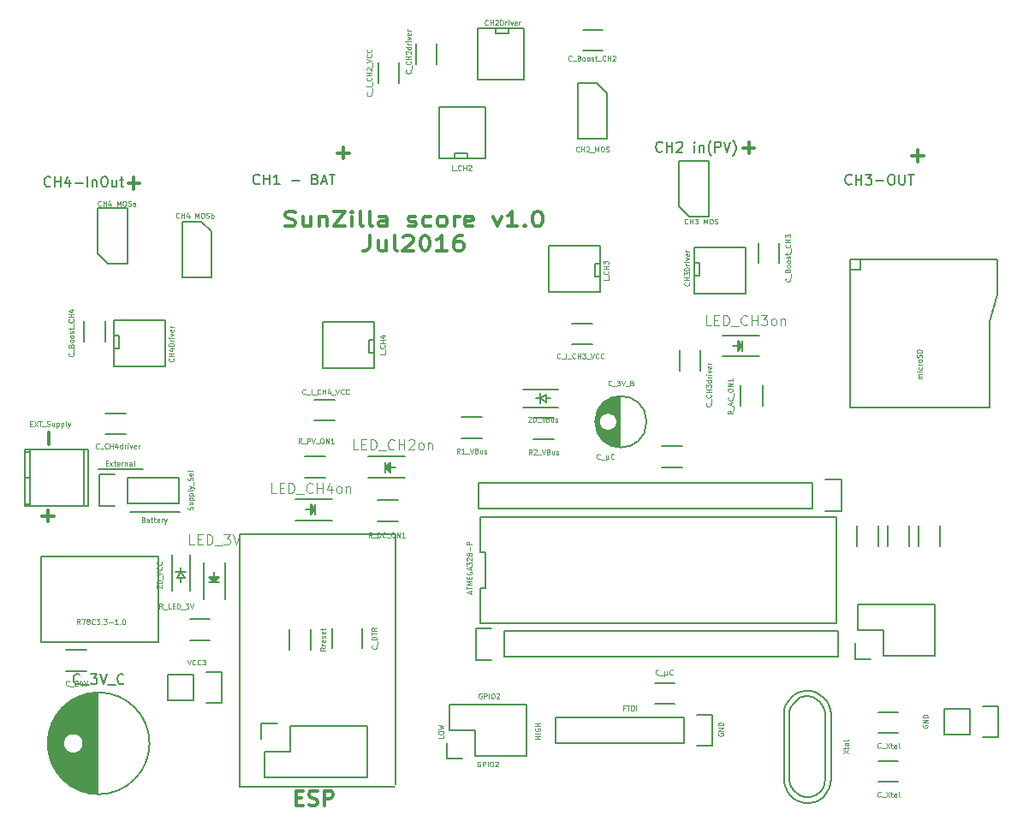
<source format=gbr>
G04 #@! TF.FileFunction,Legend,Top*
%FSLAX46Y46*%
G04 Gerber Fmt 4.6, Leading zero omitted, Abs format (unit mm)*
G04 Created by KiCad (PCBNEW 4.0.1-stable) date 11.07.2016 15:10:56*
%MOMM*%
G01*
G04 APERTURE LIST*
%ADD10C,0.100000*%
%ADD11C,0.300000*%
%ADD12C,0.070000*%
%ADD13C,0.200000*%
%ADD14C,0.060000*%
%ADD15C,0.150000*%
G04 APERTURE END LIST*
D10*
D11*
X90428572Y-58607143D02*
X91571429Y-58607143D01*
X91000000Y-59178571D02*
X91000000Y-58035714D01*
D12*
X128106360Y-115996673D02*
X128082550Y-116044292D01*
X128082550Y-116115720D01*
X128106360Y-116187149D01*
X128153979Y-116234768D01*
X128201598Y-116258577D01*
X128296836Y-116282387D01*
X128368265Y-116282387D01*
X128463503Y-116258577D01*
X128511122Y-116234768D01*
X128558741Y-116187149D01*
X128582550Y-116115720D01*
X128582550Y-116068101D01*
X128558741Y-115996673D01*
X128534931Y-115972863D01*
X128368265Y-115972863D01*
X128368265Y-116068101D01*
X128582550Y-115758577D02*
X128082550Y-115758577D01*
X128582550Y-115472863D01*
X128082550Y-115472863D01*
X128582550Y-115234767D02*
X128082550Y-115234767D01*
X128082550Y-115115720D01*
X128106360Y-115044291D01*
X128153979Y-114996672D01*
X128201598Y-114972863D01*
X128296836Y-114949053D01*
X128368265Y-114949053D01*
X128463503Y-114972863D01*
X128511122Y-114996672D01*
X128558741Y-115044291D01*
X128582550Y-115115720D01*
X128582550Y-115234767D01*
X110472350Y-116567329D02*
X109972350Y-116567329D01*
X110210446Y-116567329D02*
X110210446Y-116281615D01*
X110472350Y-116281615D02*
X109972350Y-116281615D01*
X110472350Y-116043519D02*
X109972350Y-116043519D01*
X109996160Y-115543520D02*
X109972350Y-115591139D01*
X109972350Y-115662567D01*
X109996160Y-115733996D01*
X110043779Y-115781615D01*
X110091398Y-115805424D01*
X110186636Y-115829234D01*
X110258065Y-115829234D01*
X110353303Y-115805424D01*
X110400922Y-115781615D01*
X110448541Y-115733996D01*
X110472350Y-115662567D01*
X110472350Y-115614948D01*
X110448541Y-115543520D01*
X110424731Y-115519710D01*
X110258065Y-115519710D01*
X110258065Y-115614948D01*
X110472350Y-115305424D02*
X109972350Y-115305424D01*
X110210446Y-115305424D02*
X110210446Y-115019710D01*
X110472350Y-115019710D02*
X109972350Y-115019710D01*
X100901630Y-116237177D02*
X100901630Y-116475272D01*
X100401630Y-116475272D01*
X100401630Y-115975272D02*
X100401630Y-115880034D01*
X100425440Y-115832415D01*
X100473059Y-115784796D01*
X100568297Y-115760987D01*
X100734964Y-115760987D01*
X100830202Y-115784796D01*
X100877821Y-115832415D01*
X100901630Y-115880034D01*
X100901630Y-115975272D01*
X100877821Y-116022891D01*
X100830202Y-116070510D01*
X100734964Y-116094320D01*
X100568297Y-116094320D01*
X100473059Y-116070510D01*
X100425440Y-116022891D01*
X100401630Y-115975272D01*
X100401630Y-115594319D02*
X100901630Y-115475272D01*
X100544488Y-115380034D01*
X100901630Y-115284796D01*
X100401630Y-115165748D01*
X104555065Y-118830280D02*
X104507446Y-118806470D01*
X104436018Y-118806470D01*
X104364589Y-118830280D01*
X104316970Y-118877899D01*
X104293161Y-118925518D01*
X104269351Y-119020756D01*
X104269351Y-119092185D01*
X104293161Y-119187423D01*
X104316970Y-119235042D01*
X104364589Y-119282661D01*
X104436018Y-119306470D01*
X104483637Y-119306470D01*
X104555065Y-119282661D01*
X104578875Y-119258851D01*
X104578875Y-119092185D01*
X104483637Y-119092185D01*
X104793161Y-119306470D02*
X104793161Y-118806470D01*
X104983637Y-118806470D01*
X105031256Y-118830280D01*
X105055065Y-118854090D01*
X105078875Y-118901709D01*
X105078875Y-118973137D01*
X105055065Y-119020756D01*
X105031256Y-119044566D01*
X104983637Y-119068375D01*
X104793161Y-119068375D01*
X105293161Y-119306470D02*
X105293161Y-118806470D01*
X105626494Y-118806470D02*
X105721732Y-118806470D01*
X105769351Y-118830280D01*
X105816970Y-118877899D01*
X105840779Y-118973137D01*
X105840779Y-119139804D01*
X105816970Y-119235042D01*
X105769351Y-119282661D01*
X105721732Y-119306470D01*
X105626494Y-119306470D01*
X105578875Y-119282661D01*
X105531256Y-119235042D01*
X105507446Y-119139804D01*
X105507446Y-118973137D01*
X105531256Y-118877899D01*
X105578875Y-118830280D01*
X105626494Y-118806470D01*
X106031256Y-118854090D02*
X106055066Y-118830280D01*
X106102685Y-118806470D01*
X106221732Y-118806470D01*
X106269351Y-118830280D01*
X106293161Y-118854090D01*
X106316970Y-118901709D01*
X106316970Y-118949328D01*
X106293161Y-119020756D01*
X106007447Y-119306470D01*
X106316970Y-119306470D01*
X104682065Y-112068800D02*
X104634446Y-112044990D01*
X104563018Y-112044990D01*
X104491589Y-112068800D01*
X104443970Y-112116419D01*
X104420161Y-112164038D01*
X104396351Y-112259276D01*
X104396351Y-112330705D01*
X104420161Y-112425943D01*
X104443970Y-112473562D01*
X104491589Y-112521181D01*
X104563018Y-112544990D01*
X104610637Y-112544990D01*
X104682065Y-112521181D01*
X104705875Y-112497371D01*
X104705875Y-112330705D01*
X104610637Y-112330705D01*
X104920161Y-112544990D02*
X104920161Y-112044990D01*
X105110637Y-112044990D01*
X105158256Y-112068800D01*
X105182065Y-112092610D01*
X105205875Y-112140229D01*
X105205875Y-112211657D01*
X105182065Y-112259276D01*
X105158256Y-112283086D01*
X105110637Y-112306895D01*
X104920161Y-112306895D01*
X105420161Y-112544990D02*
X105420161Y-112044990D01*
X105753494Y-112044990D02*
X105848732Y-112044990D01*
X105896351Y-112068800D01*
X105943970Y-112116419D01*
X105967779Y-112211657D01*
X105967779Y-112378324D01*
X105943970Y-112473562D01*
X105896351Y-112521181D01*
X105848732Y-112544990D01*
X105753494Y-112544990D01*
X105705875Y-112521181D01*
X105658256Y-112473562D01*
X105634446Y-112378324D01*
X105634446Y-112211657D01*
X105658256Y-112116419D01*
X105705875Y-112068800D01*
X105753494Y-112044990D01*
X106158256Y-112092610D02*
X106182066Y-112068800D01*
X106229685Y-112044990D01*
X106348732Y-112044990D01*
X106396351Y-112068800D01*
X106420161Y-112092610D01*
X106443970Y-112140229D01*
X106443970Y-112187848D01*
X106420161Y-112259276D01*
X106134447Y-112544990D01*
X106443970Y-112544990D01*
D11*
X61892643Y-87426728D02*
X61892643Y-86283871D01*
X61214072Y-94518943D02*
X62356929Y-94518943D01*
X61785500Y-95090371D02*
X61785500Y-93947514D01*
X86314286Y-122392857D02*
X86814286Y-122392857D01*
X87028572Y-123178571D02*
X86314286Y-123178571D01*
X86314286Y-121678571D01*
X87028572Y-121678571D01*
X87600000Y-123107143D02*
X87814286Y-123178571D01*
X88171429Y-123178571D01*
X88314286Y-123107143D01*
X88385715Y-123035714D01*
X88457143Y-122892857D01*
X88457143Y-122750000D01*
X88385715Y-122607143D01*
X88314286Y-122535714D01*
X88171429Y-122464286D01*
X87885715Y-122392857D01*
X87742857Y-122321429D01*
X87671429Y-122250000D01*
X87600000Y-122107143D01*
X87600000Y-121964286D01*
X87671429Y-121821429D01*
X87742857Y-121750000D01*
X87885715Y-121678571D01*
X88242857Y-121678571D01*
X88457143Y-121750000D01*
X89100000Y-123178571D02*
X89100000Y-121678571D01*
X89671428Y-121678571D01*
X89814286Y-121750000D01*
X89885714Y-121821429D01*
X89957143Y-121964286D01*
X89957143Y-122178571D01*
X89885714Y-122321429D01*
X89814286Y-122392857D01*
X89671428Y-122464286D01*
X89100000Y-122464286D01*
D13*
X96103440Y-121325640D02*
X80792320Y-121325640D01*
X96154240Y-96301560D02*
X96154240Y-121056400D01*
X80777080Y-96306640D02*
X96144080Y-96306640D01*
X80762000Y-121311920D02*
X80762000Y-96311920D01*
D14*
X67518139Y-89296086D02*
X67684805Y-89296086D01*
X67756234Y-89557990D02*
X67518139Y-89557990D01*
X67518139Y-89057990D01*
X67756234Y-89057990D01*
X67922901Y-89557990D02*
X68184805Y-89224657D01*
X67922901Y-89224657D02*
X68184805Y-89557990D01*
X68303853Y-89224657D02*
X68494329Y-89224657D01*
X68375282Y-89057990D02*
X68375282Y-89486562D01*
X68399091Y-89534181D01*
X68446710Y-89557990D01*
X68494329Y-89557990D01*
X68851472Y-89534181D02*
X68803853Y-89557990D01*
X68708615Y-89557990D01*
X68660996Y-89534181D01*
X68637186Y-89486562D01*
X68637186Y-89296086D01*
X68660996Y-89248467D01*
X68708615Y-89224657D01*
X68803853Y-89224657D01*
X68851472Y-89248467D01*
X68875281Y-89296086D01*
X68875281Y-89343705D01*
X68637186Y-89391324D01*
X69089567Y-89557990D02*
X69089567Y-89224657D01*
X69089567Y-89319895D02*
X69113376Y-89272276D01*
X69137186Y-89248467D01*
X69184805Y-89224657D01*
X69232424Y-89224657D01*
X69399091Y-89224657D02*
X69399091Y-89557990D01*
X69399091Y-89272276D02*
X69422900Y-89248467D01*
X69470519Y-89224657D01*
X69541948Y-89224657D01*
X69589567Y-89248467D01*
X69613376Y-89296086D01*
X69613376Y-89557990D01*
X70065757Y-89557990D02*
X70065757Y-89296086D01*
X70041948Y-89248467D01*
X69994329Y-89224657D01*
X69899091Y-89224657D01*
X69851472Y-89248467D01*
X70065757Y-89534181D02*
X70018138Y-89557990D01*
X69899091Y-89557990D01*
X69851472Y-89534181D01*
X69827662Y-89486562D01*
X69827662Y-89438943D01*
X69851472Y-89391324D01*
X69899091Y-89367514D01*
X70018138Y-89367514D01*
X70065757Y-89343705D01*
X70375281Y-89557990D02*
X70327662Y-89534181D01*
X70303853Y-89486562D01*
X70303853Y-89057990D01*
D12*
X71259036Y-94890436D02*
X71330465Y-94914245D01*
X71354274Y-94938055D01*
X71378084Y-94985674D01*
X71378084Y-95057102D01*
X71354274Y-95104721D01*
X71330465Y-95128531D01*
X71282846Y-95152340D01*
X71092370Y-95152340D01*
X71092370Y-94652340D01*
X71259036Y-94652340D01*
X71306655Y-94676150D01*
X71330465Y-94699960D01*
X71354274Y-94747579D01*
X71354274Y-94795198D01*
X71330465Y-94842817D01*
X71306655Y-94866626D01*
X71259036Y-94890436D01*
X71092370Y-94890436D01*
X71806655Y-95152340D02*
X71806655Y-94890436D01*
X71782846Y-94842817D01*
X71735227Y-94819007D01*
X71639989Y-94819007D01*
X71592370Y-94842817D01*
X71806655Y-95128531D02*
X71759036Y-95152340D01*
X71639989Y-95152340D01*
X71592370Y-95128531D01*
X71568560Y-95080912D01*
X71568560Y-95033293D01*
X71592370Y-94985674D01*
X71639989Y-94961864D01*
X71759036Y-94961864D01*
X71806655Y-94938055D01*
X71973322Y-94819007D02*
X72163798Y-94819007D01*
X72044751Y-94652340D02*
X72044751Y-95080912D01*
X72068560Y-95128531D01*
X72116179Y-95152340D01*
X72163798Y-95152340D01*
X72259036Y-94819007D02*
X72449512Y-94819007D01*
X72330465Y-94652340D02*
X72330465Y-95080912D01*
X72354274Y-95128531D01*
X72401893Y-95152340D01*
X72449512Y-95152340D01*
X72806655Y-95128531D02*
X72759036Y-95152340D01*
X72663798Y-95152340D01*
X72616179Y-95128531D01*
X72592369Y-95080912D01*
X72592369Y-94890436D01*
X72616179Y-94842817D01*
X72663798Y-94819007D01*
X72759036Y-94819007D01*
X72806655Y-94842817D01*
X72830464Y-94890436D01*
X72830464Y-94938055D01*
X72592369Y-94985674D01*
X73044750Y-95152340D02*
X73044750Y-94819007D01*
X73044750Y-94914245D02*
X73068559Y-94866626D01*
X73092369Y-94842817D01*
X73139988Y-94819007D01*
X73187607Y-94819007D01*
X73306655Y-94819007D02*
X73425702Y-95152340D01*
X73544750Y-94819007D02*
X73425702Y-95152340D01*
X73378083Y-95271388D01*
X73354274Y-95295198D01*
X73306655Y-95319007D01*
D13*
X71187310Y-89907110D02*
X66805810Y-89907110D01*
X69894450Y-94113350D02*
X74860150Y-94113350D01*
D11*
X147228572Y-58907143D02*
X148371429Y-58907143D01*
X147800000Y-59478571D02*
X147800000Y-58335714D01*
X130528572Y-58107143D02*
X131671429Y-58107143D01*
X131100000Y-58678571D02*
X131100000Y-57535714D01*
X69728572Y-61607143D02*
X70871429Y-61607143D01*
X70300000Y-62178571D02*
X70300000Y-61035714D01*
X85260954Y-65807143D02*
X85512383Y-65878571D01*
X85931430Y-65878571D01*
X86099049Y-65807143D01*
X86182859Y-65735714D01*
X86266668Y-65592857D01*
X86266668Y-65450000D01*
X86182859Y-65307143D01*
X86099049Y-65235714D01*
X85931430Y-65164286D01*
X85596192Y-65092857D01*
X85428573Y-65021429D01*
X85344764Y-64950000D01*
X85260954Y-64807143D01*
X85260954Y-64664286D01*
X85344764Y-64521429D01*
X85428573Y-64450000D01*
X85596192Y-64378571D01*
X86015240Y-64378571D01*
X86266668Y-64450000D01*
X87775239Y-64878571D02*
X87775239Y-65878571D01*
X87020954Y-64878571D02*
X87020954Y-65664286D01*
X87104763Y-65807143D01*
X87272382Y-65878571D01*
X87523811Y-65878571D01*
X87691430Y-65807143D01*
X87775239Y-65735714D01*
X88613335Y-64878571D02*
X88613335Y-65878571D01*
X88613335Y-65021429D02*
X88697144Y-64950000D01*
X88864763Y-64878571D01*
X89116192Y-64878571D01*
X89283811Y-64950000D01*
X89367620Y-65092857D01*
X89367620Y-65878571D01*
X90038097Y-64378571D02*
X91211430Y-64378571D01*
X90038097Y-65878571D01*
X91211430Y-65878571D01*
X91881906Y-65878571D02*
X91881906Y-64878571D01*
X91881906Y-64378571D02*
X91798096Y-64450000D01*
X91881906Y-64521429D01*
X91965715Y-64450000D01*
X91881906Y-64378571D01*
X91881906Y-64521429D01*
X92971429Y-65878571D02*
X92803810Y-65807143D01*
X92720001Y-65664286D01*
X92720001Y-64378571D01*
X93893334Y-65878571D02*
X93725715Y-65807143D01*
X93641906Y-65664286D01*
X93641906Y-64378571D01*
X95318096Y-65878571D02*
X95318096Y-65092857D01*
X95234287Y-64950000D01*
X95066668Y-64878571D01*
X94731430Y-64878571D01*
X94563811Y-64950000D01*
X95318096Y-65807143D02*
X95150477Y-65878571D01*
X94731430Y-65878571D01*
X94563811Y-65807143D01*
X94480001Y-65664286D01*
X94480001Y-65521429D01*
X94563811Y-65378571D01*
X94731430Y-65307143D01*
X95150477Y-65307143D01*
X95318096Y-65235714D01*
X97413334Y-65807143D02*
X97580953Y-65878571D01*
X97916191Y-65878571D01*
X98083810Y-65807143D01*
X98167620Y-65664286D01*
X98167620Y-65592857D01*
X98083810Y-65450000D01*
X97916191Y-65378571D01*
X97664763Y-65378571D01*
X97497144Y-65307143D01*
X97413334Y-65164286D01*
X97413334Y-65092857D01*
X97497144Y-64950000D01*
X97664763Y-64878571D01*
X97916191Y-64878571D01*
X98083810Y-64950000D01*
X99676191Y-65807143D02*
X99508572Y-65878571D01*
X99173334Y-65878571D01*
X99005715Y-65807143D01*
X98921906Y-65735714D01*
X98838096Y-65592857D01*
X98838096Y-65164286D01*
X98921906Y-65021429D01*
X99005715Y-64950000D01*
X99173334Y-64878571D01*
X99508572Y-64878571D01*
X99676191Y-64950000D01*
X100681905Y-65878571D02*
X100514286Y-65807143D01*
X100430477Y-65735714D01*
X100346667Y-65592857D01*
X100346667Y-65164286D01*
X100430477Y-65021429D01*
X100514286Y-64950000D01*
X100681905Y-64878571D01*
X100933334Y-64878571D01*
X101100953Y-64950000D01*
X101184762Y-65021429D01*
X101268572Y-65164286D01*
X101268572Y-65592857D01*
X101184762Y-65735714D01*
X101100953Y-65807143D01*
X100933334Y-65878571D01*
X100681905Y-65878571D01*
X102022858Y-65878571D02*
X102022858Y-64878571D01*
X102022858Y-65164286D02*
X102106667Y-65021429D01*
X102190477Y-64950000D01*
X102358096Y-64878571D01*
X102525715Y-64878571D01*
X103782858Y-65807143D02*
X103615239Y-65878571D01*
X103280001Y-65878571D01*
X103112382Y-65807143D01*
X103028572Y-65664286D01*
X103028572Y-65092857D01*
X103112382Y-64950000D01*
X103280001Y-64878571D01*
X103615239Y-64878571D01*
X103782858Y-64950000D01*
X103866667Y-65092857D01*
X103866667Y-65235714D01*
X103028572Y-65378571D01*
X105794286Y-64878571D02*
X106213333Y-65878571D01*
X106632381Y-64878571D01*
X108224761Y-65878571D02*
X107219047Y-65878571D01*
X107721904Y-65878571D02*
X107721904Y-64378571D01*
X107554285Y-64592857D01*
X107386666Y-64735714D01*
X107219047Y-64807143D01*
X108979047Y-65735714D02*
X109062856Y-65807143D01*
X108979047Y-65878571D01*
X108895237Y-65807143D01*
X108979047Y-65735714D01*
X108979047Y-65878571D01*
X110152380Y-64378571D02*
X110319999Y-64378571D01*
X110487618Y-64450000D01*
X110571427Y-64521429D01*
X110655237Y-64664286D01*
X110739046Y-64950000D01*
X110739046Y-65307143D01*
X110655237Y-65592857D01*
X110571427Y-65735714D01*
X110487618Y-65807143D01*
X110319999Y-65878571D01*
X110152380Y-65878571D01*
X109984761Y-65807143D01*
X109900951Y-65735714D01*
X109817142Y-65592857D01*
X109733332Y-65307143D01*
X109733332Y-64950000D01*
X109817142Y-64664286D01*
X109900951Y-64521429D01*
X109984761Y-64450000D01*
X110152380Y-64378571D01*
X93641906Y-66778571D02*
X93641906Y-67850000D01*
X93558096Y-68064286D01*
X93390477Y-68207143D01*
X93139049Y-68278571D01*
X92971430Y-68278571D01*
X95234286Y-67278571D02*
X95234286Y-68278571D01*
X94480001Y-67278571D02*
X94480001Y-68064286D01*
X94563810Y-68207143D01*
X94731429Y-68278571D01*
X94982858Y-68278571D01*
X95150477Y-68207143D01*
X95234286Y-68135714D01*
X96323810Y-68278571D02*
X96156191Y-68207143D01*
X96072382Y-68064286D01*
X96072382Y-66778571D01*
X96910477Y-66921429D02*
X96994287Y-66850000D01*
X97161906Y-66778571D01*
X97580953Y-66778571D01*
X97748572Y-66850000D01*
X97832382Y-66921429D01*
X97916191Y-67064286D01*
X97916191Y-67207143D01*
X97832382Y-67421429D01*
X96826668Y-68278571D01*
X97916191Y-68278571D01*
X99005715Y-66778571D02*
X99173334Y-66778571D01*
X99340953Y-66850000D01*
X99424762Y-66921429D01*
X99508572Y-67064286D01*
X99592381Y-67350000D01*
X99592381Y-67707143D01*
X99508572Y-67992857D01*
X99424762Y-68135714D01*
X99340953Y-68207143D01*
X99173334Y-68278571D01*
X99005715Y-68278571D01*
X98838096Y-68207143D01*
X98754286Y-68135714D01*
X98670477Y-67992857D01*
X98586667Y-67707143D01*
X98586667Y-67350000D01*
X98670477Y-67064286D01*
X98754286Y-66921429D01*
X98838096Y-66850000D01*
X99005715Y-66778571D01*
X101268571Y-68278571D02*
X100262857Y-68278571D01*
X100765714Y-68278571D02*
X100765714Y-66778571D01*
X100598095Y-66992857D01*
X100430476Y-67135714D01*
X100262857Y-67207143D01*
X102777142Y-66778571D02*
X102441904Y-66778571D01*
X102274285Y-66850000D01*
X102190476Y-66921429D01*
X102022857Y-67135714D01*
X101939047Y-67421429D01*
X101939047Y-67992857D01*
X102022857Y-68135714D01*
X102106666Y-68207143D01*
X102274285Y-68278571D01*
X102609523Y-68278571D01*
X102777142Y-68207143D01*
X102860952Y-68135714D01*
X102944761Y-67992857D01*
X102944761Y-67635714D01*
X102860952Y-67492857D01*
X102777142Y-67421429D01*
X102609523Y-67350000D01*
X102274285Y-67350000D01*
X102106666Y-67421429D01*
X102022857Y-67492857D01*
X101939047Y-67635714D01*
D15*
X104576700Y-105145499D02*
X139796700Y-105145500D01*
X139796700Y-105145500D02*
X139796700Y-94625501D01*
X139796700Y-94625501D02*
X104576700Y-94625500D01*
X104576700Y-94625500D02*
X104576700Y-98132167D01*
X104576700Y-98132167D02*
X105026700Y-98132167D01*
X105026700Y-98132167D02*
X105026700Y-101638833D01*
X105026700Y-101638833D02*
X104576700Y-101638833D01*
X104576700Y-101638833D02*
X104576700Y-105145499D01*
X76179680Y-112750600D02*
X73639680Y-112750600D01*
X78999680Y-113030600D02*
X77449680Y-113030600D01*
X76179680Y-112750600D02*
X76179680Y-110210600D01*
X77449680Y-109930600D02*
X78999680Y-109930600D01*
X78999680Y-109930600D02*
X78999680Y-113030600D01*
X76179680Y-110210600D02*
X73639680Y-110210600D01*
X73639680Y-110210600D02*
X73639680Y-112750600D01*
X111810040Y-86962560D02*
X109810040Y-86962560D01*
X109810040Y-84812560D02*
X111810040Y-84812560D01*
X94010480Y-79888080D02*
X88930480Y-79888080D01*
X88930480Y-79888080D02*
X88930480Y-75316080D01*
X88930480Y-75316080D02*
X94010480Y-75316080D01*
X94010480Y-75316080D02*
X94010480Y-79888080D01*
X94010480Y-78364080D02*
X93502480Y-78364080D01*
X93502480Y-78364080D02*
X93502480Y-77094080D01*
X93502480Y-77094080D02*
X94010480Y-77094080D01*
X144470000Y-108370000D02*
X149550000Y-108370000D01*
X141650000Y-108650000D02*
X141650000Y-107100000D01*
X141930000Y-105830000D02*
X144470000Y-105830000D01*
X144470000Y-105830000D02*
X144470000Y-108370000D01*
X149550000Y-108370000D02*
X149550000Y-103290000D01*
X149550000Y-103290000D02*
X144470000Y-103290000D01*
X141650000Y-108650000D02*
X143200000Y-108650000D01*
X141930000Y-103290000D02*
X141930000Y-105830000D01*
X144470000Y-103290000D02*
X141930000Y-103290000D01*
X125704600Y-67957700D02*
X130784600Y-67957700D01*
X130784600Y-67957700D02*
X130784600Y-72529700D01*
X130784600Y-72529700D02*
X125704600Y-72529700D01*
X125704600Y-72529700D02*
X125704600Y-67957700D01*
X125704600Y-69481700D02*
X126212600Y-69481700D01*
X126212600Y-69481700D02*
X126212600Y-70751700D01*
X126212600Y-70751700D02*
X125704600Y-70751700D01*
X65600000Y-107775000D02*
X63600000Y-107775000D01*
X63600000Y-109825000D02*
X65600000Y-109825000D01*
X113600000Y-77525000D02*
X115600000Y-77525000D01*
X115600000Y-75475000D02*
X113600000Y-75475000D01*
X88154000Y-85038040D02*
X90154000Y-85038040D01*
X90154000Y-82988040D02*
X88154000Y-82988040D01*
X94475000Y-49700000D02*
X94475000Y-51700000D01*
X96525000Y-51700000D02*
X96525000Y-49700000D01*
X145907000Y-118736000D02*
X143907000Y-118736000D01*
X143907000Y-120786000D02*
X145907000Y-120786000D01*
X145907000Y-113910000D02*
X143907000Y-113910000D01*
X143907000Y-115960000D02*
X145907000Y-115960000D01*
X111071660Y-82870040D02*
X111452660Y-82870040D01*
X110055660Y-82870040D02*
X110436660Y-82870040D01*
X110436660Y-82870040D02*
X111071660Y-82489040D01*
X111071660Y-82489040D02*
X111071660Y-83251040D01*
X111071660Y-83251040D02*
X110436660Y-82870040D01*
X110436660Y-82362040D02*
X110436660Y-83378040D01*
X108754160Y-83770040D02*
X112294160Y-83770040D01*
X108754160Y-81970040D02*
X112294160Y-81970040D01*
X68326000Y-75184000D02*
X73406000Y-75184000D01*
X73406000Y-75184000D02*
X73406000Y-79756000D01*
X73406000Y-79756000D02*
X68326000Y-79756000D01*
X68326000Y-79756000D02*
X68326000Y-75184000D01*
X68326000Y-76708000D02*
X68834000Y-76708000D01*
X68834000Y-76708000D02*
X68834000Y-77978000D01*
X68834000Y-77978000D02*
X68326000Y-77978000D01*
X85725000Y-115316000D02*
X93345000Y-115316000D01*
X93345000Y-115316000D02*
X93345000Y-120396000D01*
X93345000Y-120396000D02*
X83185000Y-120396000D01*
X83185000Y-120396000D02*
X83185000Y-117856000D01*
X84455000Y-115036000D02*
X82905000Y-115036000D01*
X83185000Y-117856000D02*
X85725000Y-117856000D01*
X85725000Y-117856000D02*
X85725000Y-115316000D01*
X82905000Y-115036000D02*
X82905000Y-116586000D01*
X124714000Y-114427000D02*
X112014000Y-114427000D01*
X112014000Y-114427000D02*
X112014000Y-116967000D01*
X112014000Y-116967000D02*
X124714000Y-116967000D01*
X127534000Y-114147000D02*
X125984000Y-114147000D01*
X124714000Y-114427000D02*
X124714000Y-116967000D01*
X125984000Y-117247000D02*
X127534000Y-117247000D01*
X127534000Y-117247000D02*
X127534000Y-114147000D01*
X116392960Y-72394320D02*
X111312960Y-72394320D01*
X111312960Y-72394320D02*
X111312960Y-67822320D01*
X111312960Y-67822320D02*
X116392960Y-67822320D01*
X116392960Y-67822320D02*
X116392960Y-72394320D01*
X116392960Y-70870320D02*
X115884960Y-70870320D01*
X115884960Y-70870320D02*
X115884960Y-69600320D01*
X115884960Y-69600320D02*
X116392960Y-69600320D01*
X104700000Y-86875000D02*
X102700000Y-86875000D01*
X102700000Y-84725000D02*
X104700000Y-84725000D01*
X72740000Y-98500000D02*
X72740000Y-107000000D01*
X72740000Y-107000000D02*
X61140000Y-107000000D01*
X61140000Y-107000000D02*
X61140000Y-98500000D01*
X61140000Y-98500000D02*
X72740000Y-98500000D01*
X135905240Y-112649000D02*
X136306560Y-112448340D01*
X136306560Y-112448340D02*
X136906000Y-112346740D01*
X136906000Y-112346740D02*
X137406380Y-112448340D01*
X137406380Y-112448340D02*
X138104880Y-112847120D01*
X138104880Y-112847120D02*
X138506200Y-113449100D01*
X138506200Y-113449100D02*
X138706860Y-114048540D01*
X138706860Y-114048540D02*
X138706860Y-120647460D01*
X138706860Y-120647460D02*
X138506200Y-121348500D01*
X138506200Y-121348500D02*
X138206480Y-121747280D01*
X138206480Y-121747280D02*
X137706100Y-122148600D01*
X137706100Y-122148600D02*
X137106660Y-122349260D01*
X137106660Y-122349260D02*
X136606280Y-122349260D01*
X136606280Y-122349260D02*
X136105900Y-122148600D01*
X136105900Y-122148600D02*
X135506460Y-121648220D01*
X135506460Y-121648220D02*
X135206740Y-121147840D01*
X135206740Y-121147840D02*
X135105140Y-120647460D01*
X135105140Y-120548400D02*
X135105140Y-113946940D01*
X135105140Y-113946940D02*
X135206740Y-113548160D01*
X135206740Y-113548160D02*
X135506460Y-113047780D01*
X135506460Y-113047780D02*
X136006840Y-112547400D01*
X134576820Y-120538240D02*
X134625080Y-120997980D01*
X134625080Y-120997980D02*
X134736840Y-121396760D01*
X134736840Y-121396760D02*
X134955280Y-121828560D01*
X134955280Y-121828560D02*
X135186420Y-122118120D01*
X135186420Y-122118120D02*
X135536940Y-122448320D01*
X135536940Y-122448320D02*
X136075420Y-122737880D01*
X136075420Y-122737880D02*
X136674860Y-122867420D01*
X136674860Y-122867420D02*
X137185400Y-122867420D01*
X137185400Y-122867420D02*
X137886440Y-122697240D01*
X137886440Y-122697240D02*
X138475720Y-122298460D01*
X138475720Y-122298460D02*
X138846560Y-121838720D01*
X138846560Y-121838720D02*
X139054840Y-121417080D01*
X139054840Y-121417080D02*
X139214860Y-120967500D01*
X139214860Y-120967500D02*
X139245340Y-120528080D01*
X139026900Y-113187480D02*
X138805920Y-112809020D01*
X138805920Y-112809020D02*
X138526520Y-112488980D01*
X138526520Y-112488980D02*
X138196320Y-112237520D01*
X138196320Y-112237520D02*
X137645140Y-111937800D01*
X137645140Y-111937800D02*
X137175240Y-111828580D01*
X137175240Y-111828580D02*
X136715500Y-111808260D01*
X136715500Y-111808260D02*
X136255760Y-111897160D01*
X136255760Y-111897160D02*
X135806180Y-112087660D01*
X135806180Y-112087660D02*
X135336280Y-112448340D01*
X135336280Y-112448340D02*
X135016240Y-112798860D01*
X135016240Y-112798860D02*
X134785100Y-113187480D01*
X134785100Y-113187480D02*
X134645400Y-113616740D01*
X134645400Y-113616740D02*
X134576820Y-114058700D01*
X139235180Y-120548400D02*
X139235180Y-114096800D01*
X139235180Y-114096800D02*
X139197080Y-113677700D01*
X139197080Y-113677700D02*
X139026900Y-113187480D01*
X134576820Y-120548400D02*
X134576820Y-114096800D01*
X123800000Y-111075000D02*
X121800000Y-111075000D01*
X121800000Y-113125000D02*
X123800000Y-113125000D01*
X122520200Y-89683700D02*
X124520200Y-89683700D01*
X124520200Y-87633700D02*
X122520200Y-87633700D01*
X89926900Y-105616500D02*
X89926900Y-107616500D01*
X92876900Y-107616500D02*
X92876900Y-105616500D01*
X132150000Y-76650000D02*
X128550000Y-76650000D01*
X132150000Y-78750000D02*
X128550000Y-78750000D01*
X130100000Y-78000000D02*
X130100000Y-77400000D01*
X130100000Y-77400000D02*
X130400000Y-77700000D01*
X130400000Y-77700000D02*
X130200000Y-77900000D01*
X130200000Y-77900000D02*
X130200000Y-77650000D01*
X130200000Y-77650000D02*
X130250000Y-77700000D01*
X130500000Y-78200000D02*
X130500000Y-77200000D01*
X130000000Y-77700000D02*
X129500000Y-77700000D01*
X130500000Y-77700000D02*
X130000000Y-78200000D01*
X130000000Y-78200000D02*
X130000000Y-77200000D01*
X130000000Y-77200000D02*
X130500000Y-77700000D01*
X89894300Y-92828400D02*
X86294300Y-92828400D01*
X89894300Y-94928400D02*
X86294300Y-94928400D01*
X87844300Y-94178400D02*
X87844300Y-93578400D01*
X87844300Y-93578400D02*
X88144300Y-93878400D01*
X88144300Y-93878400D02*
X87944300Y-94078400D01*
X87944300Y-94078400D02*
X87944300Y-93828400D01*
X87944300Y-93828400D02*
X87994300Y-93878400D01*
X88244300Y-94378400D02*
X88244300Y-93378400D01*
X87744300Y-93878400D02*
X87244300Y-93878400D01*
X88244300Y-93878400D02*
X87744300Y-94378400D01*
X87744300Y-94378400D02*
X87744300Y-93378400D01*
X87744300Y-93378400D02*
X88244300Y-93878400D01*
X79282000Y-102734000D02*
X79282000Y-99134000D01*
X77182000Y-102734000D02*
X77182000Y-99134000D01*
X77932000Y-100684000D02*
X78532000Y-100684000D01*
X78532000Y-100684000D02*
X78232000Y-100984000D01*
X78232000Y-100984000D02*
X78032000Y-100784000D01*
X78032000Y-100784000D02*
X78282000Y-100784000D01*
X78282000Y-100784000D02*
X78232000Y-100834000D01*
X77732000Y-101084000D02*
X78732000Y-101084000D01*
X78232000Y-100584000D02*
X78232000Y-100084000D01*
X78232000Y-101084000D02*
X77732000Y-100584000D01*
X77732000Y-100584000D02*
X78732000Y-100584000D01*
X78732000Y-100584000D02*
X78232000Y-101084000D01*
X132475000Y-81600000D02*
X132475000Y-83600000D01*
X130325000Y-83600000D02*
X130325000Y-81600000D01*
X94389700Y-92892300D02*
X96389700Y-92892300D01*
X96389700Y-95042300D02*
X94389700Y-95042300D01*
X77835000Y-106855840D02*
X75835000Y-106855840D01*
X75835000Y-104705840D02*
X77835000Y-104705840D01*
X143932220Y-95514540D02*
X143932220Y-97514540D01*
X141782220Y-97514540D02*
X141782220Y-95514540D01*
X146980220Y-95514540D02*
X146980220Y-97514540D01*
X144830220Y-97514540D02*
X144830220Y-95514540D01*
X150028220Y-95514540D02*
X150028220Y-97514540D01*
X147878220Y-97514540D02*
X147878220Y-95514540D01*
X87777900Y-105743500D02*
X87777900Y-107743500D01*
X85627900Y-107743500D02*
X85627900Y-105743500D01*
X106934000Y-105918000D02*
X139954000Y-105918000D01*
X139954000Y-105918000D02*
X139954000Y-108458000D01*
X139954000Y-108458000D02*
X106934000Y-108458000D01*
X104114000Y-108738000D02*
X105664000Y-108738000D01*
X106934000Y-108458000D02*
X106934000Y-105918000D01*
X105664000Y-105638000D02*
X104114000Y-105638000D01*
X104114000Y-105638000D02*
X104114000Y-108738000D01*
X137426700Y-93751400D02*
X104406700Y-93751400D01*
X104406700Y-93751400D02*
X104406700Y-91211400D01*
X104406700Y-91211400D02*
X137426700Y-91211400D01*
X140246700Y-90931400D02*
X138696700Y-90931400D01*
X137426700Y-91211400D02*
X137426700Y-93751400D01*
X138696700Y-94031400D02*
X140246700Y-94031400D01*
X140246700Y-94031400D02*
X140246700Y-90931400D01*
X134133700Y-69503800D02*
X134133700Y-67503800D01*
X132083700Y-67503800D02*
X132083700Y-69503800D01*
X60035440Y-93565980D02*
X60035440Y-87967820D01*
X59537600Y-88165940D02*
X60035440Y-88165940D01*
X60035440Y-93367860D02*
X59537600Y-93367860D01*
X59537600Y-90766900D02*
X60035440Y-90766900D01*
X65336420Y-87967820D02*
X65336420Y-93565980D01*
X59537600Y-87967820D02*
X59537600Y-93565980D01*
X59537600Y-93565980D02*
X65735200Y-93565980D01*
X65735200Y-93565980D02*
X65735200Y-87967820D01*
X65735200Y-87967820D02*
X59537600Y-87967820D01*
X118375000Y-87699000D02*
X118375000Y-82701000D01*
X118235000Y-87691000D02*
X118235000Y-82709000D01*
X118095000Y-87675000D02*
X118095000Y-85295000D01*
X118095000Y-85105000D02*
X118095000Y-82725000D01*
X117955000Y-87651000D02*
X117955000Y-85690000D01*
X117955000Y-84710000D02*
X117955000Y-82749000D01*
X117815000Y-87618000D02*
X117815000Y-85857000D01*
X117815000Y-84543000D02*
X117815000Y-82782000D01*
X117675000Y-87577000D02*
X117675000Y-85964000D01*
X117675000Y-84436000D02*
X117675000Y-82823000D01*
X117535000Y-87527000D02*
X117535000Y-86035000D01*
X117535000Y-84365000D02*
X117535000Y-82873000D01*
X117395000Y-87466000D02*
X117395000Y-86079000D01*
X117395000Y-84321000D02*
X117395000Y-82934000D01*
X117255000Y-87396000D02*
X117255000Y-86098000D01*
X117255000Y-84302000D02*
X117255000Y-83004000D01*
X117115000Y-87314000D02*
X117115000Y-86096000D01*
X117115000Y-84304000D02*
X117115000Y-83086000D01*
X116975000Y-87219000D02*
X116975000Y-86071000D01*
X116975000Y-84329000D02*
X116975000Y-83181000D01*
X116835000Y-87108000D02*
X116835000Y-86023000D01*
X116835000Y-84377000D02*
X116835000Y-83292000D01*
X116695000Y-86980000D02*
X116695000Y-85945000D01*
X116695000Y-84455000D02*
X116695000Y-83420000D01*
X116555000Y-86831000D02*
X116555000Y-85828000D01*
X116555000Y-84572000D02*
X116555000Y-83569000D01*
X116415000Y-86652000D02*
X116415000Y-85640000D01*
X116415000Y-84760000D02*
X116415000Y-83748000D01*
X116275000Y-86433000D02*
X116275000Y-83967000D01*
X116135000Y-86144000D02*
X116135000Y-84256000D01*
X115995000Y-85672000D02*
X115995000Y-84728000D01*
X118100000Y-85200000D02*
G75*
G03X118100000Y-85200000I-900000J0D01*
G01*
X120987500Y-85200000D02*
G75*
G03X120987500Y-85200000I-2537500J0D01*
G01*
X74942700Y-100672900D02*
X74942700Y-101053900D01*
X74942700Y-99656900D02*
X74942700Y-100037900D01*
X74942700Y-100037900D02*
X75323700Y-100672900D01*
X75323700Y-100672900D02*
X74561700Y-100672900D01*
X74561700Y-100672900D02*
X74942700Y-100037900D01*
X75450700Y-100037900D02*
X74434700Y-100037900D01*
X74042700Y-98355400D02*
X74042700Y-101895400D01*
X75842700Y-98355400D02*
X75842700Y-101895400D01*
X152971500Y-116128800D02*
X150431500Y-116128800D01*
X155791500Y-116408800D02*
X154241500Y-116408800D01*
X152971500Y-116128800D02*
X152971500Y-113588800D01*
X154241500Y-113308800D02*
X155791500Y-113308800D01*
X155791500Y-113308800D02*
X155791500Y-116408800D01*
X152971500Y-113588800D02*
X150431500Y-113588800D01*
X150431500Y-113588800D02*
X150431500Y-116128800D01*
X69659500Y-93243400D02*
X74739500Y-93243400D01*
X74739500Y-93243400D02*
X74739500Y-90703400D01*
X74739500Y-90703400D02*
X69659500Y-90703400D01*
X66839500Y-90423400D02*
X68389500Y-90423400D01*
X69659500Y-90703400D02*
X69659500Y-93243400D01*
X68389500Y-93523400D02*
X66839500Y-93523400D01*
X66839500Y-93523400D02*
X66839500Y-90423400D01*
X126338440Y-80136240D02*
X126338440Y-78136240D01*
X124288440Y-78136240D02*
X124288440Y-80136240D01*
X67500000Y-86425000D02*
X69500000Y-86425000D01*
X69500000Y-84375000D02*
X67500000Y-84375000D01*
X114697000Y-48523000D02*
X116697000Y-48523000D01*
X116697000Y-46473000D02*
X114697000Y-46473000D01*
X100225000Y-49800000D02*
X100225000Y-47800000D01*
X98175000Y-47800000D02*
X98175000Y-49800000D01*
X108905040Y-46299120D02*
X108905040Y-51379120D01*
X108905040Y-51379120D02*
X104333040Y-51379120D01*
X104333040Y-51379120D02*
X104333040Y-46299120D01*
X104333040Y-46299120D02*
X108905040Y-46299120D01*
X107381040Y-46299120D02*
X107381040Y-46807120D01*
X107381040Y-46807120D02*
X106111040Y-46807120D01*
X106111040Y-46807120D02*
X106111040Y-46299120D01*
X65385840Y-75276200D02*
X65385840Y-77276200D01*
X67435840Y-77276200D02*
X67435840Y-75276200D01*
X93481000Y-90737400D02*
X97081000Y-90737400D01*
X93481000Y-88637400D02*
X97081000Y-88637400D01*
X95531000Y-89387400D02*
X95531000Y-89987400D01*
X95531000Y-89987400D02*
X95231000Y-89687400D01*
X95231000Y-89687400D02*
X95431000Y-89487400D01*
X95431000Y-89487400D02*
X95431000Y-89737400D01*
X95431000Y-89737400D02*
X95381000Y-89687400D01*
X95131000Y-89187400D02*
X95131000Y-90187400D01*
X95631000Y-89687400D02*
X96131000Y-89687400D01*
X95131000Y-89687400D02*
X95631000Y-89187400D01*
X95631000Y-89187400D02*
X95631000Y-90187400D01*
X95631000Y-90187400D02*
X95131000Y-89687400D01*
X89214200Y-90762400D02*
X87214200Y-90762400D01*
X87214200Y-88612400D02*
X89214200Y-88612400D01*
X104063800Y-118237000D02*
X109143800Y-118237000D01*
X101243800Y-118517000D02*
X101243800Y-116967000D01*
X101523800Y-115697000D02*
X104063800Y-115697000D01*
X104063800Y-115697000D02*
X104063800Y-118237000D01*
X109143800Y-118237000D02*
X109143800Y-113157000D01*
X109143800Y-113157000D02*
X104063800Y-113157000D01*
X101243800Y-118517000D02*
X102793800Y-118517000D01*
X101523800Y-113157000D02*
X101523800Y-115697000D01*
X104063800Y-113157000D02*
X101523800Y-113157000D01*
X141146800Y-70180200D02*
X142162800Y-70180200D01*
X142162800Y-70180200D02*
X142162800Y-69113400D01*
X154939000Y-75311000D02*
X155650200Y-72593200D01*
X155646800Y-69120000D02*
X155646800Y-72593200D01*
X154946800Y-83820000D02*
X154946800Y-75320000D01*
X141146800Y-83820000D02*
X141146800Y-69120000D01*
X141146800Y-69120000D02*
X155646800Y-69120000D01*
X141146800Y-83820000D02*
X154946800Y-83820000D01*
X117101280Y-52702600D02*
X116101280Y-51702600D01*
X116101280Y-51702600D02*
X114201280Y-51702600D01*
X114201280Y-51702600D02*
X114201280Y-57212600D01*
X114201280Y-57212600D02*
X117101280Y-57212600D01*
X117101280Y-57212600D02*
X117101280Y-52702600D01*
X124233800Y-63875400D02*
X125233800Y-64875400D01*
X125233800Y-64875400D02*
X127133800Y-64875400D01*
X127133800Y-64875400D02*
X127133800Y-59365400D01*
X127133800Y-59365400D02*
X124233800Y-59365400D01*
X124233800Y-59365400D02*
X124233800Y-63875400D01*
X66733800Y-68575400D02*
X67733800Y-69575400D01*
X67733800Y-69575400D02*
X69633800Y-69575400D01*
X69633800Y-69575400D02*
X69633800Y-64065400D01*
X69633800Y-64065400D02*
X66733800Y-64065400D01*
X66733800Y-64065400D02*
X66733800Y-68575400D01*
X77980200Y-66383040D02*
X76980200Y-65383040D01*
X76980200Y-65383040D02*
X75080200Y-65383040D01*
X75080200Y-65383040D02*
X75080200Y-70893040D01*
X75080200Y-70893040D02*
X77980200Y-70893040D01*
X77980200Y-70893040D02*
X77980200Y-66383040D01*
X66725000Y-121999000D02*
X66725000Y-112001000D01*
X66585000Y-121995000D02*
X66585000Y-112005000D01*
X66445000Y-121987000D02*
X66445000Y-112013000D01*
X66305000Y-121975000D02*
X66305000Y-112025000D01*
X66165000Y-121960000D02*
X66165000Y-112040000D01*
X66025000Y-121940000D02*
X66025000Y-112060000D01*
X65885000Y-121916000D02*
X65885000Y-112084000D01*
X65745000Y-121887000D02*
X65745000Y-112113000D01*
X65605000Y-121855000D02*
X65605000Y-112145000D01*
X65465000Y-121818000D02*
X65465000Y-112182000D01*
X65325000Y-121777000D02*
X65325000Y-112223000D01*
X65185000Y-121732000D02*
X65185000Y-117466000D01*
X65185000Y-116534000D02*
X65185000Y-112268000D01*
X65045000Y-121682000D02*
X65045000Y-117667000D01*
X65045000Y-116333000D02*
X65045000Y-112318000D01*
X64905000Y-121627000D02*
X64905000Y-117796000D01*
X64905000Y-116204000D02*
X64905000Y-112373000D01*
X64765000Y-121567000D02*
X64765000Y-117885000D01*
X64765000Y-116115000D02*
X64765000Y-112433000D01*
X64625000Y-121502000D02*
X64625000Y-117946000D01*
X64625000Y-116054000D02*
X64625000Y-112498000D01*
X64485000Y-121432000D02*
X64485000Y-117983000D01*
X64485000Y-116017000D02*
X64485000Y-112568000D01*
X64345000Y-121356000D02*
X64345000Y-117999000D01*
X64345000Y-116001000D02*
X64345000Y-112644000D01*
X64205000Y-121274000D02*
X64205000Y-117995000D01*
X64205000Y-116005000D02*
X64205000Y-112726000D01*
X64065000Y-121186000D02*
X64065000Y-117972000D01*
X64065000Y-116028000D02*
X64065000Y-112814000D01*
X63925000Y-121091000D02*
X63925000Y-117927000D01*
X63925000Y-116073000D02*
X63925000Y-112909000D01*
X63785000Y-120989000D02*
X63785000Y-117857000D01*
X63785000Y-116143000D02*
X63785000Y-113011000D01*
X63645000Y-120879000D02*
X63645000Y-117756000D01*
X63645000Y-116244000D02*
X63645000Y-113121000D01*
X63505000Y-120761000D02*
X63505000Y-117607000D01*
X63505000Y-116393000D02*
X63505000Y-113239000D01*
X63365000Y-120633000D02*
X63365000Y-117355000D01*
X63365000Y-116645000D02*
X63365000Y-113367000D01*
X63225000Y-120496000D02*
X63225000Y-113504000D01*
X63085000Y-120346000D02*
X63085000Y-113654000D01*
X62945000Y-120184000D02*
X62945000Y-113816000D01*
X62805000Y-120007000D02*
X62805000Y-113993000D01*
X62665000Y-119811000D02*
X62665000Y-114189000D01*
X62525000Y-119593000D02*
X62525000Y-114407000D01*
X62385000Y-119347000D02*
X62385000Y-114653000D01*
X62245000Y-119062000D02*
X62245000Y-114938000D01*
X62105000Y-118720000D02*
X62105000Y-115280000D01*
X61965000Y-118274000D02*
X61965000Y-115726000D01*
X61825000Y-117499000D02*
X61825000Y-116501000D01*
X65300000Y-117000000D02*
G75*
G03X65300000Y-117000000I-1000000J0D01*
G01*
X71837500Y-117000000D02*
G75*
G03X71837500Y-117000000I-5037500J0D01*
G01*
X100514000Y-59140000D02*
X100514000Y-54060000D01*
X100514000Y-54060000D02*
X105086000Y-54060000D01*
X105086000Y-54060000D02*
X105086000Y-59140000D01*
X105086000Y-59140000D02*
X100514000Y-59140000D01*
X102038000Y-59140000D02*
X102038000Y-58632000D01*
X102038000Y-58632000D02*
X103308000Y-58632000D01*
X103308000Y-58632000D02*
X103308000Y-59140000D01*
D12*
X103583333Y-102159523D02*
X103583333Y-101921428D01*
X103726190Y-102207142D02*
X103226190Y-102040475D01*
X103726190Y-101873809D01*
X103226190Y-101778571D02*
X103226190Y-101492857D01*
X103726190Y-101635714D02*
X103226190Y-101635714D01*
X103726190Y-101326190D02*
X103226190Y-101326190D01*
X103583333Y-101159524D01*
X103226190Y-100992857D01*
X103726190Y-100992857D01*
X103464286Y-100754761D02*
X103464286Y-100588095D01*
X103726190Y-100516666D02*
X103726190Y-100754761D01*
X103226190Y-100754761D01*
X103226190Y-100516666D01*
X103250000Y-100040476D02*
X103226190Y-100088095D01*
X103226190Y-100159523D01*
X103250000Y-100230952D01*
X103297619Y-100278571D01*
X103345238Y-100302380D01*
X103440476Y-100326190D01*
X103511905Y-100326190D01*
X103607143Y-100302380D01*
X103654762Y-100278571D01*
X103702381Y-100230952D01*
X103726190Y-100159523D01*
X103726190Y-100111904D01*
X103702381Y-100040476D01*
X103678571Y-100016666D01*
X103511905Y-100016666D01*
X103511905Y-100111904D01*
X103583333Y-99826190D02*
X103583333Y-99588095D01*
X103726190Y-99873809D02*
X103226190Y-99707142D01*
X103726190Y-99540476D01*
X103226190Y-99421428D02*
X103226190Y-99111905D01*
X103416667Y-99278571D01*
X103416667Y-99207143D01*
X103440476Y-99159524D01*
X103464286Y-99135714D01*
X103511905Y-99111905D01*
X103630952Y-99111905D01*
X103678571Y-99135714D01*
X103702381Y-99159524D01*
X103726190Y-99207143D01*
X103726190Y-99350000D01*
X103702381Y-99397619D01*
X103678571Y-99421428D01*
X103273810Y-98921429D02*
X103250000Y-98897619D01*
X103226190Y-98850000D01*
X103226190Y-98730953D01*
X103250000Y-98683334D01*
X103273810Y-98659524D01*
X103321429Y-98635715D01*
X103369048Y-98635715D01*
X103440476Y-98659524D01*
X103726190Y-98945238D01*
X103726190Y-98635715D01*
X103440476Y-98350001D02*
X103416667Y-98397620D01*
X103392857Y-98421429D01*
X103345238Y-98445239D01*
X103321429Y-98445239D01*
X103273810Y-98421429D01*
X103250000Y-98397620D01*
X103226190Y-98350001D01*
X103226190Y-98254763D01*
X103250000Y-98207144D01*
X103273810Y-98183334D01*
X103321429Y-98159525D01*
X103345238Y-98159525D01*
X103392857Y-98183334D01*
X103416667Y-98207144D01*
X103440476Y-98254763D01*
X103440476Y-98350001D01*
X103464286Y-98397620D01*
X103488095Y-98421429D01*
X103535714Y-98445239D01*
X103630952Y-98445239D01*
X103678571Y-98421429D01*
X103702381Y-98397620D01*
X103726190Y-98350001D01*
X103726190Y-98254763D01*
X103702381Y-98207144D01*
X103678571Y-98183334D01*
X103630952Y-98159525D01*
X103535714Y-98159525D01*
X103488095Y-98183334D01*
X103464286Y-98207144D01*
X103440476Y-98254763D01*
X103535714Y-97945239D02*
X103535714Y-97564287D01*
X103726190Y-97326191D02*
X103226190Y-97326191D01*
X103226190Y-97135715D01*
X103250000Y-97088096D01*
X103273810Y-97064287D01*
X103321429Y-97040477D01*
X103392857Y-97040477D01*
X103440476Y-97064287D01*
X103464286Y-97088096D01*
X103488095Y-97135715D01*
X103488095Y-97326191D01*
X75595239Y-108726190D02*
X75761906Y-109226190D01*
X75928572Y-108726190D01*
X76380953Y-109178571D02*
X76357143Y-109202381D01*
X76285715Y-109226190D01*
X76238096Y-109226190D01*
X76166667Y-109202381D01*
X76119048Y-109154762D01*
X76095239Y-109107143D01*
X76071429Y-109011905D01*
X76071429Y-108940476D01*
X76095239Y-108845238D01*
X76119048Y-108797619D01*
X76166667Y-108750000D01*
X76238096Y-108726190D01*
X76285715Y-108726190D01*
X76357143Y-108750000D01*
X76380953Y-108773810D01*
X76880953Y-109178571D02*
X76857143Y-109202381D01*
X76785715Y-109226190D01*
X76738096Y-109226190D01*
X76666667Y-109202381D01*
X76619048Y-109154762D01*
X76595239Y-109107143D01*
X76571429Y-109011905D01*
X76571429Y-108940476D01*
X76595239Y-108845238D01*
X76619048Y-108797619D01*
X76666667Y-108750000D01*
X76738096Y-108726190D01*
X76785715Y-108726190D01*
X76857143Y-108750000D01*
X76880953Y-108773810D01*
X77047620Y-108726190D02*
X77357143Y-108726190D01*
X77190477Y-108916667D01*
X77261905Y-108916667D01*
X77309524Y-108940476D01*
X77333334Y-108964286D01*
X77357143Y-109011905D01*
X77357143Y-109130952D01*
X77333334Y-109178571D01*
X77309524Y-109202381D01*
X77261905Y-109226190D01*
X77119048Y-109226190D01*
X77071429Y-109202381D01*
X77047620Y-109178571D01*
X109643374Y-88413750D02*
X109476707Y-88175655D01*
X109357660Y-88413750D02*
X109357660Y-87913750D01*
X109548136Y-87913750D01*
X109595755Y-87937560D01*
X109619564Y-87961370D01*
X109643374Y-88008989D01*
X109643374Y-88080417D01*
X109619564Y-88128036D01*
X109595755Y-88151846D01*
X109548136Y-88175655D01*
X109357660Y-88175655D01*
X109833850Y-87961370D02*
X109857660Y-87937560D01*
X109905279Y-87913750D01*
X110024326Y-87913750D01*
X110071945Y-87937560D01*
X110095755Y-87961370D01*
X110119564Y-88008989D01*
X110119564Y-88056608D01*
X110095755Y-88128036D01*
X109810041Y-88413750D01*
X110119564Y-88413750D01*
X110214802Y-88461370D02*
X110595754Y-88461370D01*
X110643373Y-87913750D02*
X110810040Y-88413750D01*
X110976706Y-87913750D01*
X111310039Y-88151846D02*
X111381468Y-88175655D01*
X111405277Y-88199465D01*
X111429087Y-88247084D01*
X111429087Y-88318512D01*
X111405277Y-88366131D01*
X111381468Y-88389941D01*
X111333849Y-88413750D01*
X111143373Y-88413750D01*
X111143373Y-87913750D01*
X111310039Y-87913750D01*
X111357658Y-87937560D01*
X111381468Y-87961370D01*
X111405277Y-88008989D01*
X111405277Y-88056608D01*
X111381468Y-88104227D01*
X111357658Y-88128036D01*
X111310039Y-88151846D01*
X111143373Y-88151846D01*
X111857658Y-88080417D02*
X111857658Y-88413750D01*
X111643373Y-88080417D02*
X111643373Y-88342322D01*
X111667182Y-88389941D01*
X111714801Y-88413750D01*
X111786230Y-88413750D01*
X111833849Y-88389941D01*
X111857658Y-88366131D01*
X112071944Y-88389941D02*
X112119563Y-88413750D01*
X112214801Y-88413750D01*
X112262420Y-88389941D01*
X112286230Y-88342322D01*
X112286230Y-88318512D01*
X112262420Y-88270893D01*
X112214801Y-88247084D01*
X112143373Y-88247084D01*
X112095754Y-88223274D01*
X112071944Y-88175655D01*
X112071944Y-88151846D01*
X112095754Y-88104227D01*
X112143373Y-88080417D01*
X112214801Y-88080417D01*
X112262420Y-88104227D01*
X95125670Y-78542555D02*
X94625670Y-78542555D01*
X95173290Y-78423508D02*
X95173290Y-78042556D01*
X95078051Y-77637794D02*
X95101861Y-77661604D01*
X95125670Y-77733032D01*
X95125670Y-77780651D01*
X95101861Y-77852080D01*
X95054242Y-77899699D01*
X95006623Y-77923508D01*
X94911385Y-77947318D01*
X94839956Y-77947318D01*
X94744718Y-77923508D01*
X94697099Y-77899699D01*
X94649480Y-77852080D01*
X94625670Y-77780651D01*
X94625670Y-77733032D01*
X94649480Y-77661604D01*
X94673290Y-77637794D01*
X95125670Y-77423508D02*
X94625670Y-77423508D01*
X94863766Y-77423508D02*
X94863766Y-77137794D01*
X95125670Y-77137794D02*
X94625670Y-77137794D01*
X94792337Y-76685413D02*
X95125670Y-76685413D01*
X94601861Y-76804460D02*
X94959004Y-76923508D01*
X94959004Y-76613984D01*
X125178571Y-71428571D02*
X125202381Y-71452381D01*
X125226190Y-71523809D01*
X125226190Y-71571428D01*
X125202381Y-71642857D01*
X125154762Y-71690476D01*
X125107143Y-71714285D01*
X125011905Y-71738095D01*
X124940476Y-71738095D01*
X124845238Y-71714285D01*
X124797619Y-71690476D01*
X124750000Y-71642857D01*
X124726190Y-71571428D01*
X124726190Y-71523809D01*
X124750000Y-71452381D01*
X124773810Y-71428571D01*
X125226190Y-71214285D02*
X124726190Y-71214285D01*
X124964286Y-71214285D02*
X124964286Y-70928571D01*
X125226190Y-70928571D02*
X124726190Y-70928571D01*
X124726190Y-70738094D02*
X124726190Y-70428571D01*
X124916667Y-70595237D01*
X124916667Y-70523809D01*
X124940476Y-70476190D01*
X124964286Y-70452380D01*
X125011905Y-70428571D01*
X125130952Y-70428571D01*
X125178571Y-70452380D01*
X125202381Y-70476190D01*
X125226190Y-70523809D01*
X125226190Y-70666666D01*
X125202381Y-70714285D01*
X125178571Y-70738094D01*
X125226190Y-70214285D02*
X124726190Y-70214285D01*
X124726190Y-70095238D01*
X124750000Y-70023809D01*
X124797619Y-69976190D01*
X124845238Y-69952381D01*
X124940476Y-69928571D01*
X125011905Y-69928571D01*
X125107143Y-69952381D01*
X125154762Y-69976190D01*
X125202381Y-70023809D01*
X125226190Y-70095238D01*
X125226190Y-70214285D01*
X125226190Y-69714285D02*
X124892857Y-69714285D01*
X124988095Y-69714285D02*
X124940476Y-69690476D01*
X124916667Y-69666666D01*
X124892857Y-69619047D01*
X124892857Y-69571428D01*
X125226190Y-69404761D02*
X124892857Y-69404761D01*
X124726190Y-69404761D02*
X124750000Y-69428571D01*
X124773810Y-69404761D01*
X124750000Y-69380952D01*
X124726190Y-69404761D01*
X124773810Y-69404761D01*
X124892857Y-69214285D02*
X125226190Y-69095238D01*
X124892857Y-68976190D01*
X125202381Y-68595238D02*
X125226190Y-68642857D01*
X125226190Y-68738095D01*
X125202381Y-68785714D01*
X125154762Y-68809524D01*
X124964286Y-68809524D01*
X124916667Y-68785714D01*
X124892857Y-68738095D01*
X124892857Y-68642857D01*
X124916667Y-68595238D01*
X124964286Y-68571429D01*
X125011905Y-68571429D01*
X125059524Y-68809524D01*
X125226190Y-68357143D02*
X124892857Y-68357143D01*
X124988095Y-68357143D02*
X124940476Y-68333334D01*
X124916667Y-68309524D01*
X124892857Y-68261905D01*
X124892857Y-68214286D01*
X63873811Y-111278571D02*
X63850001Y-111302381D01*
X63778573Y-111326190D01*
X63730954Y-111326190D01*
X63659525Y-111302381D01*
X63611906Y-111254762D01*
X63588097Y-111207143D01*
X63564287Y-111111905D01*
X63564287Y-111040476D01*
X63588097Y-110945238D01*
X63611906Y-110897619D01*
X63659525Y-110850000D01*
X63730954Y-110826190D01*
X63778573Y-110826190D01*
X63850001Y-110850000D01*
X63873811Y-110873810D01*
X63969049Y-111373810D02*
X64350001Y-111373810D01*
X64445239Y-110873810D02*
X64469049Y-110850000D01*
X64516668Y-110826190D01*
X64635715Y-110826190D01*
X64683334Y-110850000D01*
X64707144Y-110873810D01*
X64730953Y-110921429D01*
X64730953Y-110969048D01*
X64707144Y-111040476D01*
X64421430Y-111326190D01*
X64730953Y-111326190D01*
X65159524Y-110992857D02*
X65159524Y-111326190D01*
X65040477Y-110802381D02*
X64921429Y-111159524D01*
X65230953Y-111159524D01*
X65350000Y-110826190D02*
X65516667Y-111326190D01*
X65683333Y-110826190D01*
X112457101Y-78884271D02*
X112433291Y-78908081D01*
X112361863Y-78931890D01*
X112314244Y-78931890D01*
X112242815Y-78908081D01*
X112195196Y-78860462D01*
X112171387Y-78812843D01*
X112147577Y-78717605D01*
X112147577Y-78646176D01*
X112171387Y-78550938D01*
X112195196Y-78503319D01*
X112242815Y-78455700D01*
X112314244Y-78431890D01*
X112361863Y-78431890D01*
X112433291Y-78455700D01*
X112457101Y-78479510D01*
X112552339Y-78979510D02*
X112933291Y-78979510D01*
X113052339Y-78931890D02*
X113052339Y-78431890D01*
X113171386Y-78979510D02*
X113552338Y-78979510D01*
X113957100Y-78884271D02*
X113933290Y-78908081D01*
X113861862Y-78931890D01*
X113814243Y-78931890D01*
X113742814Y-78908081D01*
X113695195Y-78860462D01*
X113671386Y-78812843D01*
X113647576Y-78717605D01*
X113647576Y-78646176D01*
X113671386Y-78550938D01*
X113695195Y-78503319D01*
X113742814Y-78455700D01*
X113814243Y-78431890D01*
X113861862Y-78431890D01*
X113933290Y-78455700D01*
X113957100Y-78479510D01*
X114171386Y-78931890D02*
X114171386Y-78431890D01*
X114171386Y-78669986D02*
X114457100Y-78669986D01*
X114457100Y-78931890D02*
X114457100Y-78431890D01*
X114647577Y-78431890D02*
X114957100Y-78431890D01*
X114790434Y-78622367D01*
X114861862Y-78622367D01*
X114909481Y-78646176D01*
X114933291Y-78669986D01*
X114957100Y-78717605D01*
X114957100Y-78836652D01*
X114933291Y-78884271D01*
X114909481Y-78908081D01*
X114861862Y-78931890D01*
X114719005Y-78931890D01*
X114671386Y-78908081D01*
X114647577Y-78884271D01*
X115052338Y-78979510D02*
X115433290Y-78979510D01*
X115480909Y-78431890D02*
X115647576Y-78931890D01*
X115814242Y-78431890D01*
X116266623Y-78884271D02*
X116242813Y-78908081D01*
X116171385Y-78931890D01*
X116123766Y-78931890D01*
X116052337Y-78908081D01*
X116004718Y-78860462D01*
X115980909Y-78812843D01*
X115957099Y-78717605D01*
X115957099Y-78646176D01*
X115980909Y-78550938D01*
X116004718Y-78503319D01*
X116052337Y-78455700D01*
X116123766Y-78431890D01*
X116171385Y-78431890D01*
X116242813Y-78455700D01*
X116266623Y-78479510D01*
X116766623Y-78884271D02*
X116742813Y-78908081D01*
X116671385Y-78931890D01*
X116623766Y-78931890D01*
X116552337Y-78908081D01*
X116504718Y-78860462D01*
X116480909Y-78812843D01*
X116457099Y-78717605D01*
X116457099Y-78646176D01*
X116480909Y-78550938D01*
X116504718Y-78503319D01*
X116552337Y-78455700D01*
X116623766Y-78431890D01*
X116671385Y-78431890D01*
X116742813Y-78455700D01*
X116766623Y-78479510D01*
X87250001Y-82428571D02*
X87226191Y-82452381D01*
X87154763Y-82476190D01*
X87107144Y-82476190D01*
X87035715Y-82452381D01*
X86988096Y-82404762D01*
X86964287Y-82357143D01*
X86940477Y-82261905D01*
X86940477Y-82190476D01*
X86964287Y-82095238D01*
X86988096Y-82047619D01*
X87035715Y-82000000D01*
X87107144Y-81976190D01*
X87154763Y-81976190D01*
X87226191Y-82000000D01*
X87250001Y-82023810D01*
X87345239Y-82523810D02*
X87726191Y-82523810D01*
X87845239Y-82476190D02*
X87845239Y-81976190D01*
X87964286Y-82523810D02*
X88345238Y-82523810D01*
X88750000Y-82428571D02*
X88726190Y-82452381D01*
X88654762Y-82476190D01*
X88607143Y-82476190D01*
X88535714Y-82452381D01*
X88488095Y-82404762D01*
X88464286Y-82357143D01*
X88440476Y-82261905D01*
X88440476Y-82190476D01*
X88464286Y-82095238D01*
X88488095Y-82047619D01*
X88535714Y-82000000D01*
X88607143Y-81976190D01*
X88654762Y-81976190D01*
X88726190Y-82000000D01*
X88750000Y-82023810D01*
X88964286Y-82476190D02*
X88964286Y-81976190D01*
X88964286Y-82214286D02*
X89250000Y-82214286D01*
X89250000Y-82476190D02*
X89250000Y-81976190D01*
X89702381Y-82142857D02*
X89702381Y-82476190D01*
X89583334Y-81952381D02*
X89464286Y-82309524D01*
X89773810Y-82309524D01*
X89845238Y-82523810D02*
X90226190Y-82523810D01*
X90273809Y-81976190D02*
X90440476Y-82476190D01*
X90607142Y-81976190D01*
X91059523Y-82428571D02*
X91035713Y-82452381D01*
X90964285Y-82476190D01*
X90916666Y-82476190D01*
X90845237Y-82452381D01*
X90797618Y-82404762D01*
X90773809Y-82357143D01*
X90749999Y-82261905D01*
X90749999Y-82190476D01*
X90773809Y-82095238D01*
X90797618Y-82047619D01*
X90845237Y-82000000D01*
X90916666Y-81976190D01*
X90964285Y-81976190D01*
X91035713Y-82000000D01*
X91059523Y-82023810D01*
X91559523Y-82428571D02*
X91535713Y-82452381D01*
X91464285Y-82476190D01*
X91416666Y-82476190D01*
X91345237Y-82452381D01*
X91297618Y-82404762D01*
X91273809Y-82357143D01*
X91249999Y-82261905D01*
X91249999Y-82190476D01*
X91273809Y-82095238D01*
X91297618Y-82047619D01*
X91345237Y-82000000D01*
X91416666Y-81976190D01*
X91464285Y-81976190D01*
X91535713Y-82000000D01*
X91559523Y-82023810D01*
X93778651Y-52669519D02*
X93802461Y-52693329D01*
X93826270Y-52764757D01*
X93826270Y-52812376D01*
X93802461Y-52883805D01*
X93754842Y-52931424D01*
X93707223Y-52955233D01*
X93611985Y-52979043D01*
X93540556Y-52979043D01*
X93445318Y-52955233D01*
X93397699Y-52931424D01*
X93350080Y-52883805D01*
X93326270Y-52812376D01*
X93326270Y-52764757D01*
X93350080Y-52693329D01*
X93373890Y-52669519D01*
X93873890Y-52574281D02*
X93873890Y-52193329D01*
X93826270Y-52074281D02*
X93326270Y-52074281D01*
X93873890Y-51955234D02*
X93873890Y-51574282D01*
X93778651Y-51169520D02*
X93802461Y-51193330D01*
X93826270Y-51264758D01*
X93826270Y-51312377D01*
X93802461Y-51383806D01*
X93754842Y-51431425D01*
X93707223Y-51455234D01*
X93611985Y-51479044D01*
X93540556Y-51479044D01*
X93445318Y-51455234D01*
X93397699Y-51431425D01*
X93350080Y-51383806D01*
X93326270Y-51312377D01*
X93326270Y-51264758D01*
X93350080Y-51193330D01*
X93373890Y-51169520D01*
X93826270Y-50955234D02*
X93326270Y-50955234D01*
X93564366Y-50955234D02*
X93564366Y-50669520D01*
X93826270Y-50669520D02*
X93326270Y-50669520D01*
X93373890Y-50455234D02*
X93350080Y-50431424D01*
X93326270Y-50383805D01*
X93326270Y-50264758D01*
X93350080Y-50217139D01*
X93373890Y-50193329D01*
X93421509Y-50169520D01*
X93469128Y-50169520D01*
X93540556Y-50193329D01*
X93826270Y-50479043D01*
X93826270Y-50169520D01*
X93873890Y-50074282D02*
X93873890Y-49693330D01*
X93326270Y-49645711D02*
X93826270Y-49479044D01*
X93326270Y-49312378D01*
X93778651Y-48859997D02*
X93802461Y-48883807D01*
X93826270Y-48955235D01*
X93826270Y-49002854D01*
X93802461Y-49074283D01*
X93754842Y-49121902D01*
X93707223Y-49145711D01*
X93611985Y-49169521D01*
X93540556Y-49169521D01*
X93445318Y-49145711D01*
X93397699Y-49121902D01*
X93350080Y-49074283D01*
X93326270Y-49002854D01*
X93326270Y-48955235D01*
X93350080Y-48883807D01*
X93373890Y-48859997D01*
X93778651Y-48359997D02*
X93802461Y-48383807D01*
X93826270Y-48455235D01*
X93826270Y-48502854D01*
X93802461Y-48574283D01*
X93754842Y-48621902D01*
X93707223Y-48645711D01*
X93611985Y-48669521D01*
X93540556Y-48669521D01*
X93445318Y-48645711D01*
X93397699Y-48621902D01*
X93350080Y-48574283D01*
X93326270Y-48502854D01*
X93326270Y-48455235D01*
X93350080Y-48383807D01*
X93373890Y-48359997D01*
X144133191Y-122239571D02*
X144109381Y-122263381D01*
X144037953Y-122287190D01*
X143990334Y-122287190D01*
X143918905Y-122263381D01*
X143871286Y-122215762D01*
X143847477Y-122168143D01*
X143823667Y-122072905D01*
X143823667Y-122001476D01*
X143847477Y-121906238D01*
X143871286Y-121858619D01*
X143918905Y-121811000D01*
X143990334Y-121787190D01*
X144037953Y-121787190D01*
X144109381Y-121811000D01*
X144133191Y-121834810D01*
X144228429Y-122334810D02*
X144609381Y-122334810D01*
X144680810Y-121787190D02*
X145014143Y-122287190D01*
X145014143Y-121787190D02*
X144680810Y-122287190D01*
X145133190Y-121953857D02*
X145323666Y-121953857D01*
X145204619Y-121787190D02*
X145204619Y-122215762D01*
X145228428Y-122263381D01*
X145276047Y-122287190D01*
X145323666Y-122287190D01*
X145704618Y-122287190D02*
X145704618Y-122025286D01*
X145680809Y-121977667D01*
X145633190Y-121953857D01*
X145537952Y-121953857D01*
X145490333Y-121977667D01*
X145704618Y-122263381D02*
X145656999Y-122287190D01*
X145537952Y-122287190D01*
X145490333Y-122263381D01*
X145466523Y-122215762D01*
X145466523Y-122168143D01*
X145490333Y-122120524D01*
X145537952Y-122096714D01*
X145656999Y-122096714D01*
X145704618Y-122072905D01*
X146014142Y-122287190D02*
X145966523Y-122263381D01*
X145942714Y-122215762D01*
X145942714Y-121787190D01*
X144133191Y-117413571D02*
X144109381Y-117437381D01*
X144037953Y-117461190D01*
X143990334Y-117461190D01*
X143918905Y-117437381D01*
X143871286Y-117389762D01*
X143847477Y-117342143D01*
X143823667Y-117246905D01*
X143823667Y-117175476D01*
X143847477Y-117080238D01*
X143871286Y-117032619D01*
X143918905Y-116985000D01*
X143990334Y-116961190D01*
X144037953Y-116961190D01*
X144109381Y-116985000D01*
X144133191Y-117008810D01*
X144228429Y-117508810D02*
X144609381Y-117508810D01*
X144680810Y-116961190D02*
X145014143Y-117461190D01*
X145014143Y-116961190D02*
X144680810Y-117461190D01*
X145133190Y-117127857D02*
X145323666Y-117127857D01*
X145204619Y-116961190D02*
X145204619Y-117389762D01*
X145228428Y-117437381D01*
X145276047Y-117461190D01*
X145323666Y-117461190D01*
X145704618Y-117461190D02*
X145704618Y-117199286D01*
X145680809Y-117151667D01*
X145633190Y-117127857D01*
X145537952Y-117127857D01*
X145490333Y-117151667D01*
X145704618Y-117437381D02*
X145656999Y-117461190D01*
X145537952Y-117461190D01*
X145490333Y-117437381D01*
X145466523Y-117389762D01*
X145466523Y-117342143D01*
X145490333Y-117294524D01*
X145537952Y-117270714D01*
X145656999Y-117270714D01*
X145704618Y-117246905D01*
X146014142Y-117461190D02*
X145966523Y-117437381D01*
X145942714Y-117389762D01*
X145942714Y-116961190D01*
X109277971Y-84696230D02*
X109611304Y-84696230D01*
X109277971Y-85196230D01*
X109611304Y-85196230D01*
X109801780Y-85196230D02*
X109801780Y-84696230D01*
X109920827Y-84696230D01*
X109992256Y-84720040D01*
X110039875Y-84767659D01*
X110063684Y-84815278D01*
X110087494Y-84910516D01*
X110087494Y-84981945D01*
X110063684Y-85077183D01*
X110039875Y-85124802D01*
X109992256Y-85172421D01*
X109920827Y-85196230D01*
X109801780Y-85196230D01*
X110182732Y-85243850D02*
X110563684Y-85243850D01*
X110611303Y-84696230D02*
X110777970Y-85196230D01*
X110944636Y-84696230D01*
X111111303Y-85196230D02*
X111111303Y-84696230D01*
X111111303Y-84886707D02*
X111158922Y-84862897D01*
X111254160Y-84862897D01*
X111301779Y-84886707D01*
X111325588Y-84910516D01*
X111349398Y-84958135D01*
X111349398Y-85100992D01*
X111325588Y-85148611D01*
X111301779Y-85172421D01*
X111254160Y-85196230D01*
X111158922Y-85196230D01*
X111111303Y-85172421D01*
X111777969Y-84862897D02*
X111777969Y-85196230D01*
X111563684Y-84862897D02*
X111563684Y-85124802D01*
X111587493Y-85172421D01*
X111635112Y-85196230D01*
X111706541Y-85196230D01*
X111754160Y-85172421D01*
X111777969Y-85148611D01*
X111992255Y-85172421D02*
X112039874Y-85196230D01*
X112135112Y-85196230D01*
X112182731Y-85172421D01*
X112206541Y-85124802D01*
X112206541Y-85100992D01*
X112182731Y-85053373D01*
X112135112Y-85029564D01*
X112063684Y-85029564D01*
X112016065Y-85005754D01*
X111992255Y-84958135D01*
X111992255Y-84934326D01*
X112016065Y-84886707D01*
X112063684Y-84862897D01*
X112135112Y-84862897D01*
X112182731Y-84886707D01*
X74178571Y-78928571D02*
X74202381Y-78952381D01*
X74226190Y-79023809D01*
X74226190Y-79071428D01*
X74202381Y-79142857D01*
X74154762Y-79190476D01*
X74107143Y-79214285D01*
X74011905Y-79238095D01*
X73940476Y-79238095D01*
X73845238Y-79214285D01*
X73797619Y-79190476D01*
X73750000Y-79142857D01*
X73726190Y-79071428D01*
X73726190Y-79023809D01*
X73750000Y-78952381D01*
X73773810Y-78928571D01*
X74226190Y-78714285D02*
X73726190Y-78714285D01*
X73964286Y-78714285D02*
X73964286Y-78428571D01*
X74226190Y-78428571D02*
X73726190Y-78428571D01*
X73892857Y-77976190D02*
X74226190Y-77976190D01*
X73702381Y-78095237D02*
X74059524Y-78214285D01*
X74059524Y-77904761D01*
X74226190Y-77714285D02*
X73726190Y-77714285D01*
X73726190Y-77595238D01*
X73750000Y-77523809D01*
X73797619Y-77476190D01*
X73845238Y-77452381D01*
X73940476Y-77428571D01*
X74011905Y-77428571D01*
X74107143Y-77452381D01*
X74154762Y-77476190D01*
X74202381Y-77523809D01*
X74226190Y-77595238D01*
X74226190Y-77714285D01*
X74226190Y-77214285D02*
X73892857Y-77214285D01*
X73988095Y-77214285D02*
X73940476Y-77190476D01*
X73916667Y-77166666D01*
X73892857Y-77119047D01*
X73892857Y-77071428D01*
X74226190Y-76904761D02*
X73892857Y-76904761D01*
X73726190Y-76904761D02*
X73750000Y-76928571D01*
X73773810Y-76904761D01*
X73750000Y-76880952D01*
X73726190Y-76904761D01*
X73773810Y-76904761D01*
X73892857Y-76714285D02*
X74226190Y-76595238D01*
X73892857Y-76476190D01*
X74202381Y-76095238D02*
X74226190Y-76142857D01*
X74226190Y-76238095D01*
X74202381Y-76285714D01*
X74154762Y-76309524D01*
X73964286Y-76309524D01*
X73916667Y-76285714D01*
X73892857Y-76238095D01*
X73892857Y-76142857D01*
X73916667Y-76095238D01*
X73964286Y-76071429D01*
X74011905Y-76071429D01*
X74059524Y-76309524D01*
X74226190Y-75857143D02*
X73892857Y-75857143D01*
X73988095Y-75857143D02*
X73940476Y-75833334D01*
X73916667Y-75809524D01*
X73892857Y-75761905D01*
X73892857Y-75714286D01*
X118846185Y-113487046D02*
X118679519Y-113487046D01*
X118679519Y-113748950D02*
X118679519Y-113248950D01*
X118917614Y-113248950D01*
X119036661Y-113248950D02*
X119322375Y-113248950D01*
X119179518Y-113748950D02*
X119179518Y-113248950D01*
X119489042Y-113748950D02*
X119489042Y-113248950D01*
X119608089Y-113248950D01*
X119679518Y-113272760D01*
X119727137Y-113320379D01*
X119750946Y-113367998D01*
X119774756Y-113463236D01*
X119774756Y-113534665D01*
X119750946Y-113629903D01*
X119727137Y-113677522D01*
X119679518Y-113725141D01*
X119608089Y-113748950D01*
X119489042Y-113748950D01*
X119989042Y-113748950D02*
X119989042Y-113248950D01*
X117226190Y-71190475D02*
X116726190Y-71190475D01*
X117273810Y-71071428D02*
X117273810Y-70690476D01*
X117178571Y-70285714D02*
X117202381Y-70309524D01*
X117226190Y-70380952D01*
X117226190Y-70428571D01*
X117202381Y-70500000D01*
X117154762Y-70547619D01*
X117107143Y-70571428D01*
X117011905Y-70595238D01*
X116940476Y-70595238D01*
X116845238Y-70571428D01*
X116797619Y-70547619D01*
X116750000Y-70500000D01*
X116726190Y-70428571D01*
X116726190Y-70380952D01*
X116750000Y-70309524D01*
X116773810Y-70285714D01*
X117226190Y-70071428D02*
X116726190Y-70071428D01*
X116964286Y-70071428D02*
X116964286Y-69785714D01*
X117226190Y-69785714D02*
X116726190Y-69785714D01*
X116726190Y-69595237D02*
X116726190Y-69285714D01*
X116916667Y-69452380D01*
X116916667Y-69380952D01*
X116940476Y-69333333D01*
X116964286Y-69309523D01*
X117011905Y-69285714D01*
X117130952Y-69285714D01*
X117178571Y-69309523D01*
X117202381Y-69333333D01*
X117226190Y-69380952D01*
X117226190Y-69523809D01*
X117202381Y-69571428D01*
X117178571Y-69595237D01*
X102533334Y-88326190D02*
X102366667Y-88088095D01*
X102247620Y-88326190D02*
X102247620Y-87826190D01*
X102438096Y-87826190D01*
X102485715Y-87850000D01*
X102509524Y-87873810D01*
X102533334Y-87921429D01*
X102533334Y-87992857D01*
X102509524Y-88040476D01*
X102485715Y-88064286D01*
X102438096Y-88088095D01*
X102247620Y-88088095D01*
X103009524Y-88326190D02*
X102723810Y-88326190D01*
X102866667Y-88326190D02*
X102866667Y-87826190D01*
X102819048Y-87897619D01*
X102771429Y-87945238D01*
X102723810Y-87969048D01*
X103104762Y-88373810D02*
X103485714Y-88373810D01*
X103533333Y-87826190D02*
X103700000Y-88326190D01*
X103866666Y-87826190D01*
X104199999Y-88064286D02*
X104271428Y-88088095D01*
X104295237Y-88111905D01*
X104319047Y-88159524D01*
X104319047Y-88230952D01*
X104295237Y-88278571D01*
X104271428Y-88302381D01*
X104223809Y-88326190D01*
X104033333Y-88326190D01*
X104033333Y-87826190D01*
X104199999Y-87826190D01*
X104247618Y-87850000D01*
X104271428Y-87873810D01*
X104295237Y-87921429D01*
X104295237Y-87969048D01*
X104271428Y-88016667D01*
X104247618Y-88040476D01*
X104199999Y-88064286D01*
X104033333Y-88064286D01*
X104747618Y-87992857D02*
X104747618Y-88326190D01*
X104533333Y-87992857D02*
X104533333Y-88254762D01*
X104557142Y-88302381D01*
X104604761Y-88326190D01*
X104676190Y-88326190D01*
X104723809Y-88302381D01*
X104747618Y-88278571D01*
X104961904Y-88302381D02*
X105009523Y-88326190D01*
X105104761Y-88326190D01*
X105152380Y-88302381D01*
X105176190Y-88254762D01*
X105176190Y-88230952D01*
X105152380Y-88183333D01*
X105104761Y-88159524D01*
X105033333Y-88159524D01*
X104985714Y-88135714D01*
X104961904Y-88088095D01*
X104961904Y-88064286D01*
X104985714Y-88016667D01*
X105033333Y-87992857D01*
X105104761Y-87992857D01*
X105152380Y-88016667D01*
X64966573Y-105220190D02*
X64799906Y-104982095D01*
X64680859Y-105220190D02*
X64680859Y-104720190D01*
X64871335Y-104720190D01*
X64918954Y-104744000D01*
X64942763Y-104767810D01*
X64966573Y-104815429D01*
X64966573Y-104886857D01*
X64942763Y-104934476D01*
X64918954Y-104958286D01*
X64871335Y-104982095D01*
X64680859Y-104982095D01*
X65133240Y-104720190D02*
X65466573Y-104720190D01*
X65252287Y-105220190D01*
X65728477Y-104934476D02*
X65680858Y-104910667D01*
X65657049Y-104886857D01*
X65633239Y-104839238D01*
X65633239Y-104815429D01*
X65657049Y-104767810D01*
X65680858Y-104744000D01*
X65728477Y-104720190D01*
X65823715Y-104720190D01*
X65871334Y-104744000D01*
X65895144Y-104767810D01*
X65918953Y-104815429D01*
X65918953Y-104839238D01*
X65895144Y-104886857D01*
X65871334Y-104910667D01*
X65823715Y-104934476D01*
X65728477Y-104934476D01*
X65680858Y-104958286D01*
X65657049Y-104982095D01*
X65633239Y-105029714D01*
X65633239Y-105124952D01*
X65657049Y-105172571D01*
X65680858Y-105196381D01*
X65728477Y-105220190D01*
X65823715Y-105220190D01*
X65871334Y-105196381D01*
X65895144Y-105172571D01*
X65918953Y-105124952D01*
X65918953Y-105029714D01*
X65895144Y-104982095D01*
X65871334Y-104958286D01*
X65823715Y-104934476D01*
X66418953Y-105172571D02*
X66395143Y-105196381D01*
X66323715Y-105220190D01*
X66276096Y-105220190D01*
X66204667Y-105196381D01*
X66157048Y-105148762D01*
X66133239Y-105101143D01*
X66109429Y-105005905D01*
X66109429Y-104934476D01*
X66133239Y-104839238D01*
X66157048Y-104791619D01*
X66204667Y-104744000D01*
X66276096Y-104720190D01*
X66323715Y-104720190D01*
X66395143Y-104744000D01*
X66418953Y-104767810D01*
X66585620Y-104720190D02*
X66895143Y-104720190D01*
X66728477Y-104910667D01*
X66799905Y-104910667D01*
X66847524Y-104934476D01*
X66871334Y-104958286D01*
X66895143Y-105005905D01*
X66895143Y-105124952D01*
X66871334Y-105172571D01*
X66847524Y-105196381D01*
X66799905Y-105220190D01*
X66657048Y-105220190D01*
X66609429Y-105196381D01*
X66585620Y-105172571D01*
X67109429Y-105172571D02*
X67133238Y-105196381D01*
X67109429Y-105220190D01*
X67085619Y-105196381D01*
X67109429Y-105172571D01*
X67109429Y-105220190D01*
X67299905Y-104720190D02*
X67609428Y-104720190D01*
X67442762Y-104910667D01*
X67514190Y-104910667D01*
X67561809Y-104934476D01*
X67585619Y-104958286D01*
X67609428Y-105005905D01*
X67609428Y-105124952D01*
X67585619Y-105172571D01*
X67561809Y-105196381D01*
X67514190Y-105220190D01*
X67371333Y-105220190D01*
X67323714Y-105196381D01*
X67299905Y-105172571D01*
X67823714Y-105029714D02*
X68204666Y-105029714D01*
X68704666Y-105220190D02*
X68418952Y-105220190D01*
X68561809Y-105220190D02*
X68561809Y-104720190D01*
X68514190Y-104791619D01*
X68466571Y-104839238D01*
X68418952Y-104863048D01*
X68918952Y-105172571D02*
X68942761Y-105196381D01*
X68918952Y-105220190D01*
X68895142Y-105196381D01*
X68918952Y-105172571D01*
X68918952Y-105220190D01*
X69252285Y-104720190D02*
X69299904Y-104720190D01*
X69347523Y-104744000D01*
X69371332Y-104767810D01*
X69395142Y-104815429D01*
X69418951Y-104910667D01*
X69418951Y-105029714D01*
X69395142Y-105124952D01*
X69371332Y-105172571D01*
X69347523Y-105196381D01*
X69299904Y-105220190D01*
X69252285Y-105220190D01*
X69204666Y-105196381D01*
X69180856Y-105172571D01*
X69157047Y-105124952D01*
X69133237Y-105029714D01*
X69133237Y-104910667D01*
X69157047Y-104815429D01*
X69180856Y-104767810D01*
X69204666Y-104744000D01*
X69252285Y-104720190D01*
X140442190Y-118014666D02*
X140942190Y-117681333D01*
X140442190Y-117681333D02*
X140942190Y-118014666D01*
X140608857Y-117562286D02*
X140608857Y-117371810D01*
X140442190Y-117490857D02*
X140870762Y-117490857D01*
X140918381Y-117467048D01*
X140942190Y-117419429D01*
X140942190Y-117371810D01*
X140942190Y-116990858D02*
X140680286Y-116990858D01*
X140632667Y-117014667D01*
X140608857Y-117062286D01*
X140608857Y-117157524D01*
X140632667Y-117205143D01*
X140918381Y-116990858D02*
X140942190Y-117038477D01*
X140942190Y-117157524D01*
X140918381Y-117205143D01*
X140870762Y-117228953D01*
X140823143Y-117228953D01*
X140775524Y-117205143D01*
X140751714Y-117157524D01*
X140751714Y-117038477D01*
X140727905Y-116990858D01*
X140942190Y-116681334D02*
X140918381Y-116728953D01*
X140870762Y-116752762D01*
X140442190Y-116752762D01*
X122179981Y-110183671D02*
X122156171Y-110207481D01*
X122084743Y-110231290D01*
X122037124Y-110231290D01*
X121965695Y-110207481D01*
X121918076Y-110159862D01*
X121894267Y-110112243D01*
X121870457Y-110017005D01*
X121870457Y-109945576D01*
X121894267Y-109850338D01*
X121918076Y-109802719D01*
X121965695Y-109755100D01*
X122037124Y-109731290D01*
X122084743Y-109731290D01*
X122156171Y-109755100D01*
X122179981Y-109778910D01*
X122275219Y-110278910D02*
X122656171Y-110278910D01*
X122775219Y-109897957D02*
X122775219Y-110397957D01*
X123013314Y-110159862D02*
X123037123Y-110207481D01*
X123084742Y-110231290D01*
X122775219Y-110159862D02*
X122799028Y-110207481D01*
X122846647Y-110231290D01*
X122941885Y-110231290D01*
X122989504Y-110207481D01*
X123013314Y-110159862D01*
X123013314Y-109897957D01*
X123584743Y-110183671D02*
X123560933Y-110207481D01*
X123489505Y-110231290D01*
X123441886Y-110231290D01*
X123370457Y-110207481D01*
X123322838Y-110159862D01*
X123299029Y-110112243D01*
X123275219Y-110017005D01*
X123275219Y-109945576D01*
X123299029Y-109850338D01*
X123322838Y-109802719D01*
X123370457Y-109755100D01*
X123441886Y-109731290D01*
X123489505Y-109731290D01*
X123560933Y-109755100D01*
X123584743Y-109778910D01*
X116368581Y-88837271D02*
X116344771Y-88861081D01*
X116273343Y-88884890D01*
X116225724Y-88884890D01*
X116154295Y-88861081D01*
X116106676Y-88813462D01*
X116082867Y-88765843D01*
X116059057Y-88670605D01*
X116059057Y-88599176D01*
X116082867Y-88503938D01*
X116106676Y-88456319D01*
X116154295Y-88408700D01*
X116225724Y-88384890D01*
X116273343Y-88384890D01*
X116344771Y-88408700D01*
X116368581Y-88432510D01*
X116463819Y-88932510D02*
X116844771Y-88932510D01*
X116963819Y-88551557D02*
X116963819Y-89051557D01*
X117201914Y-88813462D02*
X117225723Y-88861081D01*
X117273342Y-88884890D01*
X116963819Y-88813462D02*
X116987628Y-88861081D01*
X117035247Y-88884890D01*
X117130485Y-88884890D01*
X117178104Y-88861081D01*
X117201914Y-88813462D01*
X117201914Y-88551557D01*
X117773343Y-88837271D02*
X117749533Y-88861081D01*
X117678105Y-88884890D01*
X117630486Y-88884890D01*
X117559057Y-88861081D01*
X117511438Y-88813462D01*
X117487629Y-88765843D01*
X117463819Y-88670605D01*
X117463819Y-88599176D01*
X117487629Y-88503938D01*
X117511438Y-88456319D01*
X117559057Y-88408700D01*
X117630486Y-88384890D01*
X117678105Y-88384890D01*
X117749533Y-88408700D01*
X117773343Y-88432510D01*
X94280471Y-107342690D02*
X94304281Y-107366500D01*
X94328090Y-107437928D01*
X94328090Y-107485547D01*
X94304281Y-107556976D01*
X94256662Y-107604595D01*
X94209043Y-107628404D01*
X94113805Y-107652214D01*
X94042376Y-107652214D01*
X93947138Y-107628404D01*
X93899519Y-107604595D01*
X93851900Y-107556976D01*
X93828090Y-107485547D01*
X93828090Y-107437928D01*
X93851900Y-107366500D01*
X93875710Y-107342690D01*
X94375710Y-107247452D02*
X94375710Y-106866500D01*
X94328090Y-106747452D02*
X93828090Y-106747452D01*
X93828090Y-106628405D01*
X93851900Y-106556976D01*
X93899519Y-106509357D01*
X93947138Y-106485548D01*
X94042376Y-106461738D01*
X94113805Y-106461738D01*
X94209043Y-106485548D01*
X94256662Y-106509357D01*
X94304281Y-106556976D01*
X94328090Y-106628405D01*
X94328090Y-106747452D01*
X93828090Y-106318881D02*
X93828090Y-106033167D01*
X94328090Y-106176024D02*
X93828090Y-106176024D01*
X94328090Y-105580786D02*
X94089995Y-105747453D01*
X94328090Y-105866500D02*
X93828090Y-105866500D01*
X93828090Y-105676024D01*
X93851900Y-105628405D01*
X93875710Y-105604596D01*
X93923329Y-105580786D01*
X93994757Y-105580786D01*
X94042376Y-105604596D01*
X94066186Y-105628405D01*
X94089995Y-105676024D01*
X94089995Y-105866500D01*
X127371429Y-75652381D02*
X126895238Y-75652381D01*
X126895238Y-74652381D01*
X127704762Y-75128571D02*
X128038096Y-75128571D01*
X128180953Y-75652381D02*
X127704762Y-75652381D01*
X127704762Y-74652381D01*
X128180953Y-74652381D01*
X128609524Y-75652381D02*
X128609524Y-74652381D01*
X128847619Y-74652381D01*
X128990477Y-74700000D01*
X129085715Y-74795238D01*
X129133334Y-74890476D01*
X129180953Y-75080952D01*
X129180953Y-75223810D01*
X129133334Y-75414286D01*
X129085715Y-75509524D01*
X128990477Y-75604762D01*
X128847619Y-75652381D01*
X128609524Y-75652381D01*
X129371429Y-75747619D02*
X130133334Y-75747619D01*
X130942858Y-75557143D02*
X130895239Y-75604762D01*
X130752382Y-75652381D01*
X130657144Y-75652381D01*
X130514286Y-75604762D01*
X130419048Y-75509524D01*
X130371429Y-75414286D01*
X130323810Y-75223810D01*
X130323810Y-75080952D01*
X130371429Y-74890476D01*
X130419048Y-74795238D01*
X130514286Y-74700000D01*
X130657144Y-74652381D01*
X130752382Y-74652381D01*
X130895239Y-74700000D01*
X130942858Y-74747619D01*
X131371429Y-75652381D02*
X131371429Y-74652381D01*
X131371429Y-75128571D02*
X131942858Y-75128571D01*
X131942858Y-75652381D02*
X131942858Y-74652381D01*
X132323810Y-74652381D02*
X132942858Y-74652381D01*
X132609524Y-75033333D01*
X132752382Y-75033333D01*
X132847620Y-75080952D01*
X132895239Y-75128571D01*
X132942858Y-75223810D01*
X132942858Y-75461905D01*
X132895239Y-75557143D01*
X132847620Y-75604762D01*
X132752382Y-75652381D01*
X132466667Y-75652381D01*
X132371429Y-75604762D01*
X132323810Y-75557143D01*
X133514286Y-75652381D02*
X133419048Y-75604762D01*
X133371429Y-75557143D01*
X133323810Y-75461905D01*
X133323810Y-75176190D01*
X133371429Y-75080952D01*
X133419048Y-75033333D01*
X133514286Y-74985714D01*
X133657144Y-74985714D01*
X133752382Y-75033333D01*
X133800001Y-75080952D01*
X133847620Y-75176190D01*
X133847620Y-75461905D01*
X133800001Y-75557143D01*
X133752382Y-75604762D01*
X133657144Y-75652381D01*
X133514286Y-75652381D01*
X134276191Y-74985714D02*
X134276191Y-75652381D01*
X134276191Y-75080952D02*
X134323810Y-75033333D01*
X134419048Y-74985714D01*
X134561906Y-74985714D01*
X134657144Y-75033333D01*
X134704763Y-75128571D01*
X134704763Y-75652381D01*
X84371429Y-92252381D02*
X83895238Y-92252381D01*
X83895238Y-91252381D01*
X84704762Y-91728571D02*
X85038096Y-91728571D01*
X85180953Y-92252381D02*
X84704762Y-92252381D01*
X84704762Y-91252381D01*
X85180953Y-91252381D01*
X85609524Y-92252381D02*
X85609524Y-91252381D01*
X85847619Y-91252381D01*
X85990477Y-91300000D01*
X86085715Y-91395238D01*
X86133334Y-91490476D01*
X86180953Y-91680952D01*
X86180953Y-91823810D01*
X86133334Y-92014286D01*
X86085715Y-92109524D01*
X85990477Y-92204762D01*
X85847619Y-92252381D01*
X85609524Y-92252381D01*
X86371429Y-92347619D02*
X87133334Y-92347619D01*
X87942858Y-92157143D02*
X87895239Y-92204762D01*
X87752382Y-92252381D01*
X87657144Y-92252381D01*
X87514286Y-92204762D01*
X87419048Y-92109524D01*
X87371429Y-92014286D01*
X87323810Y-91823810D01*
X87323810Y-91680952D01*
X87371429Y-91490476D01*
X87419048Y-91395238D01*
X87514286Y-91300000D01*
X87657144Y-91252381D01*
X87752382Y-91252381D01*
X87895239Y-91300000D01*
X87942858Y-91347619D01*
X88371429Y-92252381D02*
X88371429Y-91252381D01*
X88371429Y-91728571D02*
X88942858Y-91728571D01*
X88942858Y-92252381D02*
X88942858Y-91252381D01*
X89847620Y-91585714D02*
X89847620Y-92252381D01*
X89609524Y-91204762D02*
X89371429Y-91919048D01*
X89990477Y-91919048D01*
X90514286Y-92252381D02*
X90419048Y-92204762D01*
X90371429Y-92157143D01*
X90323810Y-92061905D01*
X90323810Y-91776190D01*
X90371429Y-91680952D01*
X90419048Y-91633333D01*
X90514286Y-91585714D01*
X90657144Y-91585714D01*
X90752382Y-91633333D01*
X90800001Y-91680952D01*
X90847620Y-91776190D01*
X90847620Y-92061905D01*
X90800001Y-92157143D01*
X90752382Y-92204762D01*
X90657144Y-92252381D01*
X90514286Y-92252381D01*
X91276191Y-91585714D02*
X91276191Y-92252381D01*
X91276191Y-91680952D02*
X91323810Y-91633333D01*
X91419048Y-91585714D01*
X91561906Y-91585714D01*
X91657144Y-91633333D01*
X91704763Y-91728571D01*
X91704763Y-92252381D01*
X76271429Y-97352381D02*
X75795238Y-97352381D01*
X75795238Y-96352381D01*
X76604762Y-96828571D02*
X76938096Y-96828571D01*
X77080953Y-97352381D02*
X76604762Y-97352381D01*
X76604762Y-96352381D01*
X77080953Y-96352381D01*
X77509524Y-97352381D02*
X77509524Y-96352381D01*
X77747619Y-96352381D01*
X77890477Y-96400000D01*
X77985715Y-96495238D01*
X78033334Y-96590476D01*
X78080953Y-96780952D01*
X78080953Y-96923810D01*
X78033334Y-97114286D01*
X77985715Y-97209524D01*
X77890477Y-97304762D01*
X77747619Y-97352381D01*
X77509524Y-97352381D01*
X78271429Y-97447619D02*
X79033334Y-97447619D01*
X79176191Y-96352381D02*
X79795239Y-96352381D01*
X79461905Y-96733333D01*
X79604763Y-96733333D01*
X79700001Y-96780952D01*
X79747620Y-96828571D01*
X79795239Y-96923810D01*
X79795239Y-97161905D01*
X79747620Y-97257143D01*
X79700001Y-97304762D01*
X79604763Y-97352381D01*
X79319048Y-97352381D01*
X79223810Y-97304762D01*
X79176191Y-97257143D01*
X80080953Y-96352381D02*
X80414286Y-97352381D01*
X80747620Y-96352381D01*
X129541630Y-84116860D02*
X129303535Y-84283527D01*
X129541630Y-84402574D02*
X129041630Y-84402574D01*
X129041630Y-84212098D01*
X129065440Y-84164479D01*
X129089250Y-84140670D01*
X129136869Y-84116860D01*
X129208297Y-84116860D01*
X129255916Y-84140670D01*
X129279726Y-84164479D01*
X129303535Y-84212098D01*
X129303535Y-84402574D01*
X129589250Y-84021622D02*
X129589250Y-83640670D01*
X129398773Y-83545432D02*
X129398773Y-83307337D01*
X129541630Y-83593051D02*
X129041630Y-83426384D01*
X129541630Y-83259718D01*
X129494011Y-82807337D02*
X129517821Y-82831147D01*
X129541630Y-82902575D01*
X129541630Y-82950194D01*
X129517821Y-83021623D01*
X129470202Y-83069242D01*
X129422583Y-83093051D01*
X129327345Y-83116861D01*
X129255916Y-83116861D01*
X129160678Y-83093051D01*
X129113059Y-83069242D01*
X129065440Y-83021623D01*
X129041630Y-82950194D01*
X129041630Y-82902575D01*
X129065440Y-82831147D01*
X129089250Y-82807337D01*
X129589250Y-82712099D02*
X129589250Y-82331147D01*
X129041630Y-82116861D02*
X129041630Y-82021623D01*
X129065440Y-81974004D01*
X129113059Y-81926385D01*
X129208297Y-81902576D01*
X129374964Y-81902576D01*
X129470202Y-81926385D01*
X129517821Y-81974004D01*
X129541630Y-82021623D01*
X129541630Y-82116861D01*
X129517821Y-82164480D01*
X129470202Y-82212099D01*
X129374964Y-82235909D01*
X129208297Y-82235909D01*
X129113059Y-82212099D01*
X129065440Y-82164480D01*
X129041630Y-82116861D01*
X129541630Y-81688289D02*
X129041630Y-81688289D01*
X129541630Y-81402575D01*
X129041630Y-81402575D01*
X129541630Y-80902575D02*
X129541630Y-81188289D01*
X129541630Y-81045432D02*
X129041630Y-81045432D01*
X129113059Y-81093051D01*
X129160678Y-81140670D01*
X129184488Y-81188289D01*
X93811905Y-96626190D02*
X93645238Y-96388095D01*
X93526191Y-96626190D02*
X93526191Y-96126190D01*
X93716667Y-96126190D01*
X93764286Y-96150000D01*
X93788095Y-96173810D01*
X93811905Y-96221429D01*
X93811905Y-96292857D01*
X93788095Y-96340476D01*
X93764286Y-96364286D01*
X93716667Y-96388095D01*
X93526191Y-96388095D01*
X93907143Y-96673810D02*
X94288095Y-96673810D01*
X94407143Y-96626190D02*
X94407143Y-96126190D01*
X94526190Y-96126190D01*
X94597619Y-96150000D01*
X94645238Y-96197619D01*
X94669047Y-96245238D01*
X94692857Y-96340476D01*
X94692857Y-96411905D01*
X94669047Y-96507143D01*
X94645238Y-96554762D01*
X94597619Y-96602381D01*
X94526190Y-96626190D01*
X94407143Y-96626190D01*
X95192857Y-96578571D02*
X95169047Y-96602381D01*
X95097619Y-96626190D01*
X95050000Y-96626190D01*
X94978571Y-96602381D01*
X94930952Y-96554762D01*
X94907143Y-96507143D01*
X94883333Y-96411905D01*
X94883333Y-96340476D01*
X94907143Y-96245238D01*
X94930952Y-96197619D01*
X94978571Y-96150000D01*
X95050000Y-96126190D01*
X95097619Y-96126190D01*
X95169047Y-96150000D01*
X95192857Y-96173810D01*
X95288095Y-96673810D02*
X95669047Y-96673810D01*
X95883333Y-96126190D02*
X95978571Y-96126190D01*
X96026190Y-96150000D01*
X96073809Y-96197619D01*
X96097618Y-96292857D01*
X96097618Y-96459524D01*
X96073809Y-96554762D01*
X96026190Y-96602381D01*
X95978571Y-96626190D01*
X95883333Y-96626190D01*
X95835714Y-96602381D01*
X95788095Y-96554762D01*
X95764285Y-96459524D01*
X95764285Y-96292857D01*
X95788095Y-96197619D01*
X95835714Y-96150000D01*
X95883333Y-96126190D01*
X96311905Y-96626190D02*
X96311905Y-96126190D01*
X96597619Y-96626190D01*
X96597619Y-96126190D01*
X97097619Y-96626190D02*
X96811905Y-96626190D01*
X96954762Y-96626190D02*
X96954762Y-96126190D01*
X96907143Y-96197619D01*
X96859524Y-96245238D01*
X96811905Y-96269048D01*
X73115658Y-103695630D02*
X72948991Y-103457535D01*
X72829944Y-103695630D02*
X72829944Y-103195630D01*
X73020420Y-103195630D01*
X73068039Y-103219440D01*
X73091848Y-103243250D01*
X73115658Y-103290869D01*
X73115658Y-103362297D01*
X73091848Y-103409916D01*
X73068039Y-103433726D01*
X73020420Y-103457535D01*
X72829944Y-103457535D01*
X73210896Y-103743250D02*
X73591848Y-103743250D01*
X73948991Y-103695630D02*
X73710896Y-103695630D01*
X73710896Y-103195630D01*
X74115658Y-103433726D02*
X74282324Y-103433726D01*
X74353753Y-103695630D02*
X74115658Y-103695630D01*
X74115658Y-103195630D01*
X74353753Y-103195630D01*
X74568039Y-103695630D02*
X74568039Y-103195630D01*
X74687086Y-103195630D01*
X74758515Y-103219440D01*
X74806134Y-103267059D01*
X74829943Y-103314678D01*
X74853753Y-103409916D01*
X74853753Y-103481345D01*
X74829943Y-103576583D01*
X74806134Y-103624202D01*
X74758515Y-103671821D01*
X74687086Y-103695630D01*
X74568039Y-103695630D01*
X74948991Y-103743250D02*
X75329943Y-103743250D01*
X75401372Y-103195630D02*
X75710895Y-103195630D01*
X75544229Y-103386107D01*
X75615657Y-103386107D01*
X75663276Y-103409916D01*
X75687086Y-103433726D01*
X75710895Y-103481345D01*
X75710895Y-103600392D01*
X75687086Y-103648011D01*
X75663276Y-103671821D01*
X75615657Y-103695630D01*
X75472800Y-103695630D01*
X75425181Y-103671821D01*
X75401372Y-103648011D01*
X75853752Y-103195630D02*
X76020419Y-103695630D01*
X76187085Y-103195630D01*
X89229090Y-107517309D02*
X88990995Y-107683976D01*
X89229090Y-107803023D02*
X88729090Y-107803023D01*
X88729090Y-107612547D01*
X88752900Y-107564928D01*
X88776710Y-107541119D01*
X88824329Y-107517309D01*
X88895757Y-107517309D01*
X88943376Y-107541119D01*
X88967186Y-107564928D01*
X88990995Y-107612547D01*
X88990995Y-107803023D01*
X89229090Y-107303023D02*
X88895757Y-107303023D01*
X88990995Y-107303023D02*
X88943376Y-107279214D01*
X88919567Y-107255404D01*
X88895757Y-107207785D01*
X88895757Y-107160166D01*
X89205281Y-106803023D02*
X89229090Y-106850642D01*
X89229090Y-106945880D01*
X89205281Y-106993499D01*
X89157662Y-107017309D01*
X88967186Y-107017309D01*
X88919567Y-106993499D01*
X88895757Y-106945880D01*
X88895757Y-106850642D01*
X88919567Y-106803023D01*
X88967186Y-106779214D01*
X89014805Y-106779214D01*
X89062424Y-107017309D01*
X89205281Y-106588738D02*
X89229090Y-106541119D01*
X89229090Y-106445881D01*
X89205281Y-106398262D01*
X89157662Y-106374452D01*
X89133852Y-106374452D01*
X89086233Y-106398262D01*
X89062424Y-106445881D01*
X89062424Y-106517309D01*
X89038614Y-106564928D01*
X88990995Y-106588738D01*
X88967186Y-106588738D01*
X88919567Y-106564928D01*
X88895757Y-106517309D01*
X88895757Y-106445881D01*
X88919567Y-106398262D01*
X89205281Y-105969690D02*
X89229090Y-106017309D01*
X89229090Y-106112547D01*
X89205281Y-106160166D01*
X89157662Y-106183976D01*
X88967186Y-106183976D01*
X88919567Y-106160166D01*
X88895757Y-106112547D01*
X88895757Y-106017309D01*
X88919567Y-105969690D01*
X88967186Y-105945881D01*
X89014805Y-105945881D01*
X89062424Y-106183976D01*
X88895757Y-105803024D02*
X88895757Y-105612548D01*
X88729090Y-105731595D02*
X89157662Y-105731595D01*
X89205281Y-105707786D01*
X89229090Y-105660167D01*
X89229090Y-105612548D01*
X135178571Y-71023809D02*
X135202381Y-71047619D01*
X135226190Y-71119047D01*
X135226190Y-71166666D01*
X135202381Y-71238095D01*
X135154762Y-71285714D01*
X135107143Y-71309523D01*
X135011905Y-71333333D01*
X134940476Y-71333333D01*
X134845238Y-71309523D01*
X134797619Y-71285714D01*
X134750000Y-71238095D01*
X134726190Y-71166666D01*
X134726190Y-71119047D01*
X134750000Y-71047619D01*
X134773810Y-71023809D01*
X135273810Y-70928571D02*
X135273810Y-70547619D01*
X134964286Y-70261905D02*
X134988095Y-70190476D01*
X135011905Y-70166667D01*
X135059524Y-70142857D01*
X135130952Y-70142857D01*
X135178571Y-70166667D01*
X135202381Y-70190476D01*
X135226190Y-70238095D01*
X135226190Y-70428571D01*
X134726190Y-70428571D01*
X134726190Y-70261905D01*
X134750000Y-70214286D01*
X134773810Y-70190476D01*
X134821429Y-70166667D01*
X134869048Y-70166667D01*
X134916667Y-70190476D01*
X134940476Y-70214286D01*
X134964286Y-70261905D01*
X134964286Y-70428571D01*
X135226190Y-69857143D02*
X135202381Y-69904762D01*
X135178571Y-69928571D01*
X135130952Y-69952381D01*
X134988095Y-69952381D01*
X134940476Y-69928571D01*
X134916667Y-69904762D01*
X134892857Y-69857143D01*
X134892857Y-69785714D01*
X134916667Y-69738095D01*
X134940476Y-69714286D01*
X134988095Y-69690476D01*
X135130952Y-69690476D01*
X135178571Y-69714286D01*
X135202381Y-69738095D01*
X135226190Y-69785714D01*
X135226190Y-69857143D01*
X135226190Y-69404762D02*
X135202381Y-69452381D01*
X135178571Y-69476190D01*
X135130952Y-69500000D01*
X134988095Y-69500000D01*
X134940476Y-69476190D01*
X134916667Y-69452381D01*
X134892857Y-69404762D01*
X134892857Y-69333333D01*
X134916667Y-69285714D01*
X134940476Y-69261905D01*
X134988095Y-69238095D01*
X135130952Y-69238095D01*
X135178571Y-69261905D01*
X135202381Y-69285714D01*
X135226190Y-69333333D01*
X135226190Y-69404762D01*
X135202381Y-69047619D02*
X135226190Y-69000000D01*
X135226190Y-68904762D01*
X135202381Y-68857143D01*
X135154762Y-68833333D01*
X135130952Y-68833333D01*
X135083333Y-68857143D01*
X135059524Y-68904762D01*
X135059524Y-68976190D01*
X135035714Y-69023809D01*
X134988095Y-69047619D01*
X134964286Y-69047619D01*
X134916667Y-69023809D01*
X134892857Y-68976190D01*
X134892857Y-68904762D01*
X134916667Y-68857143D01*
X134892857Y-68690476D02*
X134892857Y-68500000D01*
X134726190Y-68619047D02*
X135154762Y-68619047D01*
X135202381Y-68595238D01*
X135226190Y-68547619D01*
X135226190Y-68500000D01*
X135273810Y-68452381D02*
X135273810Y-68071429D01*
X135178571Y-67666667D02*
X135202381Y-67690477D01*
X135226190Y-67761905D01*
X135226190Y-67809524D01*
X135202381Y-67880953D01*
X135154762Y-67928572D01*
X135107143Y-67952381D01*
X135011905Y-67976191D01*
X134940476Y-67976191D01*
X134845238Y-67952381D01*
X134797619Y-67928572D01*
X134750000Y-67880953D01*
X134726190Y-67809524D01*
X134726190Y-67761905D01*
X134750000Y-67690477D01*
X134773810Y-67666667D01*
X135226190Y-67452381D02*
X134726190Y-67452381D01*
X134964286Y-67452381D02*
X134964286Y-67166667D01*
X135226190Y-67166667D02*
X134726190Y-67166667D01*
X134726190Y-66976190D02*
X134726190Y-66666667D01*
X134916667Y-66833333D01*
X134916667Y-66761905D01*
X134940476Y-66714286D01*
X134964286Y-66690476D01*
X135011905Y-66666667D01*
X135130952Y-66666667D01*
X135178571Y-66690476D01*
X135202381Y-66714286D01*
X135226190Y-66761905D01*
X135226190Y-66904762D01*
X135202381Y-66952381D01*
X135178571Y-66976190D01*
X60035716Y-85364286D02*
X60202382Y-85364286D01*
X60273811Y-85626190D02*
X60035716Y-85626190D01*
X60035716Y-85126190D01*
X60273811Y-85126190D01*
X60440478Y-85126190D02*
X60773811Y-85626190D01*
X60773811Y-85126190D02*
X60440478Y-85626190D01*
X60892858Y-85126190D02*
X61178572Y-85126190D01*
X61035715Y-85626190D02*
X61035715Y-85126190D01*
X61226191Y-85673810D02*
X61607143Y-85673810D01*
X61702381Y-85602381D02*
X61773810Y-85626190D01*
X61892857Y-85626190D01*
X61940476Y-85602381D01*
X61964286Y-85578571D01*
X61988095Y-85530952D01*
X61988095Y-85483333D01*
X61964286Y-85435714D01*
X61940476Y-85411905D01*
X61892857Y-85388095D01*
X61797619Y-85364286D01*
X61750000Y-85340476D01*
X61726191Y-85316667D01*
X61702381Y-85269048D01*
X61702381Y-85221429D01*
X61726191Y-85173810D01*
X61750000Y-85150000D01*
X61797619Y-85126190D01*
X61916667Y-85126190D01*
X61988095Y-85150000D01*
X62416666Y-85292857D02*
X62416666Y-85626190D01*
X62202381Y-85292857D02*
X62202381Y-85554762D01*
X62226190Y-85602381D01*
X62273809Y-85626190D01*
X62345238Y-85626190D01*
X62392857Y-85602381D01*
X62416666Y-85578571D01*
X62654762Y-85292857D02*
X62654762Y-85792857D01*
X62654762Y-85316667D02*
X62702381Y-85292857D01*
X62797619Y-85292857D01*
X62845238Y-85316667D01*
X62869047Y-85340476D01*
X62892857Y-85388095D01*
X62892857Y-85530952D01*
X62869047Y-85578571D01*
X62845238Y-85602381D01*
X62797619Y-85626190D01*
X62702381Y-85626190D01*
X62654762Y-85602381D01*
X63107143Y-85292857D02*
X63107143Y-85792857D01*
X63107143Y-85316667D02*
X63154762Y-85292857D01*
X63250000Y-85292857D01*
X63297619Y-85316667D01*
X63321428Y-85340476D01*
X63345238Y-85388095D01*
X63345238Y-85530952D01*
X63321428Y-85578571D01*
X63297619Y-85602381D01*
X63250000Y-85626190D01*
X63154762Y-85626190D01*
X63107143Y-85602381D01*
X63630952Y-85626190D02*
X63583333Y-85602381D01*
X63559524Y-85554762D01*
X63559524Y-85126190D01*
X63773810Y-85292857D02*
X63892857Y-85626190D01*
X64011905Y-85292857D02*
X63892857Y-85626190D01*
X63845238Y-85745238D01*
X63821429Y-85769048D01*
X63773810Y-85792857D01*
X117521430Y-81578571D02*
X117497620Y-81602381D01*
X117426192Y-81626190D01*
X117378573Y-81626190D01*
X117307144Y-81602381D01*
X117259525Y-81554762D01*
X117235716Y-81507143D01*
X117211906Y-81411905D01*
X117211906Y-81340476D01*
X117235716Y-81245238D01*
X117259525Y-81197619D01*
X117307144Y-81150000D01*
X117378573Y-81126190D01*
X117426192Y-81126190D01*
X117497620Y-81150000D01*
X117521430Y-81173810D01*
X117616668Y-81673810D02*
X117997620Y-81673810D01*
X118069049Y-81126190D02*
X118378572Y-81126190D01*
X118211906Y-81316667D01*
X118283334Y-81316667D01*
X118330953Y-81340476D01*
X118354763Y-81364286D01*
X118378572Y-81411905D01*
X118378572Y-81530952D01*
X118354763Y-81578571D01*
X118330953Y-81602381D01*
X118283334Y-81626190D01*
X118140477Y-81626190D01*
X118092858Y-81602381D01*
X118069049Y-81578571D01*
X118521429Y-81126190D02*
X118688096Y-81626190D01*
X118854762Y-81126190D01*
X118902381Y-81673810D02*
X119283333Y-81673810D01*
X119569047Y-81364286D02*
X119640476Y-81388095D01*
X119664285Y-81411905D01*
X119688095Y-81459524D01*
X119688095Y-81530952D01*
X119664285Y-81578571D01*
X119640476Y-81602381D01*
X119592857Y-81626190D01*
X119402381Y-81626190D01*
X119402381Y-81126190D01*
X119569047Y-81126190D01*
X119616666Y-81150000D01*
X119640476Y-81173810D01*
X119664285Y-81221429D01*
X119664285Y-81269048D01*
X119640476Y-81316667D01*
X119616666Y-81340476D01*
X119569047Y-81364286D01*
X119402381Y-81364286D01*
X72568890Y-101676827D02*
X72568890Y-101343494D01*
X73068890Y-101676827D01*
X73068890Y-101343494D01*
X73068890Y-101153018D02*
X72568890Y-101153018D01*
X72568890Y-101033971D01*
X72592700Y-100962542D01*
X72640319Y-100914923D01*
X72687938Y-100891114D01*
X72783176Y-100867304D01*
X72854605Y-100867304D01*
X72949843Y-100891114D01*
X72997462Y-100914923D01*
X73045081Y-100962542D01*
X73068890Y-101033971D01*
X73068890Y-101153018D01*
X73116510Y-100772066D02*
X73116510Y-100391114D01*
X72568890Y-100343495D02*
X73068890Y-100176828D01*
X72568890Y-100010162D01*
X73021271Y-99557781D02*
X73045081Y-99581591D01*
X73068890Y-99653019D01*
X73068890Y-99700638D01*
X73045081Y-99772067D01*
X72997462Y-99819686D01*
X72949843Y-99843495D01*
X72854605Y-99867305D01*
X72783176Y-99867305D01*
X72687938Y-99843495D01*
X72640319Y-99819686D01*
X72592700Y-99772067D01*
X72568890Y-99700638D01*
X72568890Y-99653019D01*
X72592700Y-99581591D01*
X72616510Y-99557781D01*
X73021271Y-99057781D02*
X73045081Y-99081591D01*
X73068890Y-99153019D01*
X73068890Y-99200638D01*
X73045081Y-99272067D01*
X72997462Y-99319686D01*
X72949843Y-99343495D01*
X72854605Y-99367305D01*
X72783176Y-99367305D01*
X72687938Y-99343495D01*
X72640319Y-99319686D01*
X72592700Y-99272067D01*
X72568890Y-99200638D01*
X72568890Y-99153019D01*
X72592700Y-99081591D01*
X72616510Y-99057781D01*
X148327300Y-115201653D02*
X148303490Y-115249272D01*
X148303490Y-115320700D01*
X148327300Y-115392129D01*
X148374919Y-115439748D01*
X148422538Y-115463557D01*
X148517776Y-115487367D01*
X148589205Y-115487367D01*
X148684443Y-115463557D01*
X148732062Y-115439748D01*
X148779681Y-115392129D01*
X148803490Y-115320700D01*
X148803490Y-115273081D01*
X148779681Y-115201653D01*
X148755871Y-115177843D01*
X148589205Y-115177843D01*
X148589205Y-115273081D01*
X148803490Y-114963557D02*
X148303490Y-114963557D01*
X148803490Y-114677843D01*
X148303490Y-114677843D01*
X148803490Y-114439747D02*
X148303490Y-114439747D01*
X148303490Y-114320700D01*
X148327300Y-114249271D01*
X148374919Y-114201652D01*
X148422538Y-114177843D01*
X148517776Y-114154033D01*
X148589205Y-114154033D01*
X148684443Y-114177843D01*
X148732062Y-114201652D01*
X148779681Y-114249271D01*
X148803490Y-114320700D01*
X148803490Y-114439747D01*
X76097581Y-93877366D02*
X76121390Y-93805937D01*
X76121390Y-93686890D01*
X76097581Y-93639271D01*
X76073771Y-93615461D01*
X76026152Y-93591652D01*
X75978533Y-93591652D01*
X75930914Y-93615461D01*
X75907105Y-93639271D01*
X75883295Y-93686890D01*
X75859486Y-93782128D01*
X75835676Y-93829747D01*
X75811867Y-93853556D01*
X75764248Y-93877366D01*
X75716629Y-93877366D01*
X75669010Y-93853556D01*
X75645200Y-93829747D01*
X75621390Y-93782128D01*
X75621390Y-93663080D01*
X75645200Y-93591652D01*
X75788057Y-93163081D02*
X76121390Y-93163081D01*
X75788057Y-93377366D02*
X76049962Y-93377366D01*
X76097581Y-93353557D01*
X76121390Y-93305938D01*
X76121390Y-93234509D01*
X76097581Y-93186890D01*
X76073771Y-93163081D01*
X75788057Y-92924985D02*
X76288057Y-92924985D01*
X75811867Y-92924985D02*
X75788057Y-92877366D01*
X75788057Y-92782128D01*
X75811867Y-92734509D01*
X75835676Y-92710700D01*
X75883295Y-92686890D01*
X76026152Y-92686890D01*
X76073771Y-92710700D01*
X76097581Y-92734509D01*
X76121390Y-92782128D01*
X76121390Y-92877366D01*
X76097581Y-92924985D01*
X75788057Y-92472604D02*
X76288057Y-92472604D01*
X75811867Y-92472604D02*
X75788057Y-92424985D01*
X75788057Y-92329747D01*
X75811867Y-92282128D01*
X75835676Y-92258319D01*
X75883295Y-92234509D01*
X76026152Y-92234509D01*
X76073771Y-92258319D01*
X76097581Y-92282128D01*
X76121390Y-92329747D01*
X76121390Y-92424985D01*
X76097581Y-92472604D01*
X76121390Y-91948795D02*
X76097581Y-91996414D01*
X76049962Y-92020223D01*
X75621390Y-92020223D01*
X75788057Y-91805937D02*
X76121390Y-91686890D01*
X75788057Y-91567842D02*
X76121390Y-91686890D01*
X76240438Y-91734509D01*
X76264248Y-91758318D01*
X76288057Y-91805937D01*
X76169010Y-91496414D02*
X76169010Y-91115462D01*
X76097581Y-91020224D02*
X76121390Y-90948795D01*
X76121390Y-90829748D01*
X76097581Y-90782129D01*
X76073771Y-90758319D01*
X76026152Y-90734510D01*
X75978533Y-90734510D01*
X75930914Y-90758319D01*
X75907105Y-90782129D01*
X75883295Y-90829748D01*
X75859486Y-90924986D01*
X75835676Y-90972605D01*
X75811867Y-90996414D01*
X75764248Y-91020224D01*
X75716629Y-91020224D01*
X75669010Y-90996414D01*
X75645200Y-90972605D01*
X75621390Y-90924986D01*
X75621390Y-90805938D01*
X75645200Y-90734510D01*
X76097581Y-90329748D02*
X76121390Y-90377367D01*
X76121390Y-90472605D01*
X76097581Y-90520224D01*
X76049962Y-90544034D01*
X75859486Y-90544034D01*
X75811867Y-90520224D01*
X75788057Y-90472605D01*
X75788057Y-90377367D01*
X75811867Y-90329748D01*
X75859486Y-90305939D01*
X75907105Y-90305939D01*
X75954724Y-90544034D01*
X76121390Y-90020225D02*
X76097581Y-90067844D01*
X76049962Y-90091653D01*
X75621390Y-90091653D01*
X127333511Y-83394477D02*
X127357321Y-83418287D01*
X127381130Y-83489715D01*
X127381130Y-83537334D01*
X127357321Y-83608763D01*
X127309702Y-83656382D01*
X127262083Y-83680191D01*
X127166845Y-83704001D01*
X127095416Y-83704001D01*
X127000178Y-83680191D01*
X126952559Y-83656382D01*
X126904940Y-83608763D01*
X126881130Y-83537334D01*
X126881130Y-83489715D01*
X126904940Y-83418287D01*
X126928750Y-83394477D01*
X127428750Y-83299239D02*
X127428750Y-82918287D01*
X127333511Y-82513525D02*
X127357321Y-82537335D01*
X127381130Y-82608763D01*
X127381130Y-82656382D01*
X127357321Y-82727811D01*
X127309702Y-82775430D01*
X127262083Y-82799239D01*
X127166845Y-82823049D01*
X127095416Y-82823049D01*
X127000178Y-82799239D01*
X126952559Y-82775430D01*
X126904940Y-82727811D01*
X126881130Y-82656382D01*
X126881130Y-82608763D01*
X126904940Y-82537335D01*
X126928750Y-82513525D01*
X127381130Y-82299239D02*
X126881130Y-82299239D01*
X127119226Y-82299239D02*
X127119226Y-82013525D01*
X127381130Y-82013525D02*
X126881130Y-82013525D01*
X126881130Y-81823048D02*
X126881130Y-81513525D01*
X127071607Y-81680191D01*
X127071607Y-81608763D01*
X127095416Y-81561144D01*
X127119226Y-81537334D01*
X127166845Y-81513525D01*
X127285892Y-81513525D01*
X127333511Y-81537334D01*
X127357321Y-81561144D01*
X127381130Y-81608763D01*
X127381130Y-81751620D01*
X127357321Y-81799239D01*
X127333511Y-81823048D01*
X127381130Y-81084954D02*
X126881130Y-81084954D01*
X127357321Y-81084954D02*
X127381130Y-81132573D01*
X127381130Y-81227811D01*
X127357321Y-81275430D01*
X127333511Y-81299239D01*
X127285892Y-81323049D01*
X127143035Y-81323049D01*
X127095416Y-81299239D01*
X127071607Y-81275430D01*
X127047797Y-81227811D01*
X127047797Y-81132573D01*
X127071607Y-81084954D01*
X127381130Y-80846858D02*
X127047797Y-80846858D01*
X127143035Y-80846858D02*
X127095416Y-80823049D01*
X127071607Y-80799239D01*
X127047797Y-80751620D01*
X127047797Y-80704001D01*
X127381130Y-80537334D02*
X127047797Y-80537334D01*
X126881130Y-80537334D02*
X126904940Y-80561144D01*
X126928750Y-80537334D01*
X126904940Y-80513525D01*
X126881130Y-80537334D01*
X126928750Y-80537334D01*
X127047797Y-80346858D02*
X127381130Y-80227811D01*
X127047797Y-80108763D01*
X127357321Y-79727811D02*
X127381130Y-79775430D01*
X127381130Y-79870668D01*
X127357321Y-79918287D01*
X127309702Y-79942097D01*
X127119226Y-79942097D01*
X127071607Y-79918287D01*
X127047797Y-79870668D01*
X127047797Y-79775430D01*
X127071607Y-79727811D01*
X127119226Y-79704002D01*
X127166845Y-79704002D01*
X127214464Y-79942097D01*
X127381130Y-79489716D02*
X127047797Y-79489716D01*
X127143035Y-79489716D02*
X127095416Y-79465907D01*
X127071607Y-79442097D01*
X127047797Y-79394478D01*
X127047797Y-79346859D01*
X66832563Y-87788371D02*
X66808753Y-87812181D01*
X66737325Y-87835990D01*
X66689706Y-87835990D01*
X66618277Y-87812181D01*
X66570658Y-87764562D01*
X66546849Y-87716943D01*
X66523039Y-87621705D01*
X66523039Y-87550276D01*
X66546849Y-87455038D01*
X66570658Y-87407419D01*
X66618277Y-87359800D01*
X66689706Y-87335990D01*
X66737325Y-87335990D01*
X66808753Y-87359800D01*
X66832563Y-87383610D01*
X66927801Y-87883610D02*
X67308753Y-87883610D01*
X67713515Y-87788371D02*
X67689705Y-87812181D01*
X67618277Y-87835990D01*
X67570658Y-87835990D01*
X67499229Y-87812181D01*
X67451610Y-87764562D01*
X67427801Y-87716943D01*
X67403991Y-87621705D01*
X67403991Y-87550276D01*
X67427801Y-87455038D01*
X67451610Y-87407419D01*
X67499229Y-87359800D01*
X67570658Y-87335990D01*
X67618277Y-87335990D01*
X67689705Y-87359800D01*
X67713515Y-87383610D01*
X67927801Y-87835990D02*
X67927801Y-87335990D01*
X67927801Y-87574086D02*
X68213515Y-87574086D01*
X68213515Y-87835990D02*
X68213515Y-87335990D01*
X68665896Y-87502657D02*
X68665896Y-87835990D01*
X68546849Y-87312181D02*
X68427801Y-87669324D01*
X68737325Y-87669324D01*
X69142086Y-87835990D02*
X69142086Y-87335990D01*
X69142086Y-87812181D02*
X69094467Y-87835990D01*
X68999229Y-87835990D01*
X68951610Y-87812181D01*
X68927801Y-87788371D01*
X68903991Y-87740752D01*
X68903991Y-87597895D01*
X68927801Y-87550276D01*
X68951610Y-87526467D01*
X68999229Y-87502657D01*
X69094467Y-87502657D01*
X69142086Y-87526467D01*
X69380182Y-87835990D02*
X69380182Y-87502657D01*
X69380182Y-87597895D02*
X69403991Y-87550276D01*
X69427801Y-87526467D01*
X69475420Y-87502657D01*
X69523039Y-87502657D01*
X69689706Y-87835990D02*
X69689706Y-87502657D01*
X69689706Y-87335990D02*
X69665896Y-87359800D01*
X69689706Y-87383610D01*
X69713515Y-87359800D01*
X69689706Y-87335990D01*
X69689706Y-87383610D01*
X69880182Y-87502657D02*
X69999229Y-87835990D01*
X70118277Y-87502657D01*
X70499229Y-87812181D02*
X70451610Y-87835990D01*
X70356372Y-87835990D01*
X70308753Y-87812181D01*
X70284943Y-87764562D01*
X70284943Y-87574086D01*
X70308753Y-87526467D01*
X70356372Y-87502657D01*
X70451610Y-87502657D01*
X70499229Y-87526467D01*
X70523038Y-87574086D01*
X70523038Y-87621705D01*
X70284943Y-87669324D01*
X70737324Y-87835990D02*
X70737324Y-87502657D01*
X70737324Y-87597895D02*
X70761133Y-87550276D01*
X70784943Y-87526467D01*
X70832562Y-87502657D01*
X70880181Y-87502657D01*
X113571591Y-49444411D02*
X113547781Y-49468221D01*
X113476353Y-49492030D01*
X113428734Y-49492030D01*
X113357305Y-49468221D01*
X113309686Y-49420602D01*
X113285877Y-49372983D01*
X113262067Y-49277745D01*
X113262067Y-49206316D01*
X113285877Y-49111078D01*
X113309686Y-49063459D01*
X113357305Y-49015840D01*
X113428734Y-48992030D01*
X113476353Y-48992030D01*
X113547781Y-49015840D01*
X113571591Y-49039650D01*
X113666829Y-49539650D02*
X114047781Y-49539650D01*
X114333495Y-49230126D02*
X114404924Y-49253935D01*
X114428733Y-49277745D01*
X114452543Y-49325364D01*
X114452543Y-49396792D01*
X114428733Y-49444411D01*
X114404924Y-49468221D01*
X114357305Y-49492030D01*
X114166829Y-49492030D01*
X114166829Y-48992030D01*
X114333495Y-48992030D01*
X114381114Y-49015840D01*
X114404924Y-49039650D01*
X114428733Y-49087269D01*
X114428733Y-49134888D01*
X114404924Y-49182507D01*
X114381114Y-49206316D01*
X114333495Y-49230126D01*
X114166829Y-49230126D01*
X114738257Y-49492030D02*
X114690638Y-49468221D01*
X114666829Y-49444411D01*
X114643019Y-49396792D01*
X114643019Y-49253935D01*
X114666829Y-49206316D01*
X114690638Y-49182507D01*
X114738257Y-49158697D01*
X114809686Y-49158697D01*
X114857305Y-49182507D01*
X114881114Y-49206316D01*
X114904924Y-49253935D01*
X114904924Y-49396792D01*
X114881114Y-49444411D01*
X114857305Y-49468221D01*
X114809686Y-49492030D01*
X114738257Y-49492030D01*
X115190638Y-49492030D02*
X115143019Y-49468221D01*
X115119210Y-49444411D01*
X115095400Y-49396792D01*
X115095400Y-49253935D01*
X115119210Y-49206316D01*
X115143019Y-49182507D01*
X115190638Y-49158697D01*
X115262067Y-49158697D01*
X115309686Y-49182507D01*
X115333495Y-49206316D01*
X115357305Y-49253935D01*
X115357305Y-49396792D01*
X115333495Y-49444411D01*
X115309686Y-49468221D01*
X115262067Y-49492030D01*
X115190638Y-49492030D01*
X115547781Y-49468221D02*
X115595400Y-49492030D01*
X115690638Y-49492030D01*
X115738257Y-49468221D01*
X115762067Y-49420602D01*
X115762067Y-49396792D01*
X115738257Y-49349173D01*
X115690638Y-49325364D01*
X115619210Y-49325364D01*
X115571591Y-49301554D01*
X115547781Y-49253935D01*
X115547781Y-49230126D01*
X115571591Y-49182507D01*
X115619210Y-49158697D01*
X115690638Y-49158697D01*
X115738257Y-49182507D01*
X115904924Y-49158697D02*
X116095400Y-49158697D01*
X115976353Y-48992030D02*
X115976353Y-49420602D01*
X116000162Y-49468221D01*
X116047781Y-49492030D01*
X116095400Y-49492030D01*
X116143019Y-49539650D02*
X116523971Y-49539650D01*
X116928733Y-49444411D02*
X116904923Y-49468221D01*
X116833495Y-49492030D01*
X116785876Y-49492030D01*
X116714447Y-49468221D01*
X116666828Y-49420602D01*
X116643019Y-49372983D01*
X116619209Y-49277745D01*
X116619209Y-49206316D01*
X116643019Y-49111078D01*
X116666828Y-49063459D01*
X116714447Y-49015840D01*
X116785876Y-48992030D01*
X116833495Y-48992030D01*
X116904923Y-49015840D01*
X116928733Y-49039650D01*
X117143019Y-49492030D02*
X117143019Y-48992030D01*
X117143019Y-49230126D02*
X117428733Y-49230126D01*
X117428733Y-49492030D02*
X117428733Y-48992030D01*
X117643019Y-49039650D02*
X117666829Y-49015840D01*
X117714448Y-48992030D01*
X117833495Y-48992030D01*
X117881114Y-49015840D01*
X117904924Y-49039650D01*
X117928733Y-49087269D01*
X117928733Y-49134888D01*
X117904924Y-49206316D01*
X117619210Y-49492030D01*
X117928733Y-49492030D01*
X97641211Y-50431877D02*
X97665021Y-50455687D01*
X97688830Y-50527115D01*
X97688830Y-50574734D01*
X97665021Y-50646163D01*
X97617402Y-50693782D01*
X97569783Y-50717591D01*
X97474545Y-50741401D01*
X97403116Y-50741401D01*
X97307878Y-50717591D01*
X97260259Y-50693782D01*
X97212640Y-50646163D01*
X97188830Y-50574734D01*
X97188830Y-50527115D01*
X97212640Y-50455687D01*
X97236450Y-50431877D01*
X97736450Y-50336639D02*
X97736450Y-49955687D01*
X97641211Y-49550925D02*
X97665021Y-49574735D01*
X97688830Y-49646163D01*
X97688830Y-49693782D01*
X97665021Y-49765211D01*
X97617402Y-49812830D01*
X97569783Y-49836639D01*
X97474545Y-49860449D01*
X97403116Y-49860449D01*
X97307878Y-49836639D01*
X97260259Y-49812830D01*
X97212640Y-49765211D01*
X97188830Y-49693782D01*
X97188830Y-49646163D01*
X97212640Y-49574735D01*
X97236450Y-49550925D01*
X97688830Y-49336639D02*
X97188830Y-49336639D01*
X97426926Y-49336639D02*
X97426926Y-49050925D01*
X97688830Y-49050925D02*
X97188830Y-49050925D01*
X97236450Y-48836639D02*
X97212640Y-48812829D01*
X97188830Y-48765210D01*
X97188830Y-48646163D01*
X97212640Y-48598544D01*
X97236450Y-48574734D01*
X97284069Y-48550925D01*
X97331688Y-48550925D01*
X97403116Y-48574734D01*
X97688830Y-48860448D01*
X97688830Y-48550925D01*
X97688830Y-48122354D02*
X97188830Y-48122354D01*
X97665021Y-48122354D02*
X97688830Y-48169973D01*
X97688830Y-48265211D01*
X97665021Y-48312830D01*
X97641211Y-48336639D01*
X97593592Y-48360449D01*
X97450735Y-48360449D01*
X97403116Y-48336639D01*
X97379307Y-48312830D01*
X97355497Y-48265211D01*
X97355497Y-48169973D01*
X97379307Y-48122354D01*
X97688830Y-47884258D02*
X97355497Y-47884258D01*
X97450735Y-47884258D02*
X97403116Y-47860449D01*
X97379307Y-47836639D01*
X97355497Y-47789020D01*
X97355497Y-47741401D01*
X97688830Y-47574734D02*
X97355497Y-47574734D01*
X97188830Y-47574734D02*
X97212640Y-47598544D01*
X97236450Y-47574734D01*
X97212640Y-47550925D01*
X97188830Y-47574734D01*
X97236450Y-47574734D01*
X97355497Y-47384258D02*
X97688830Y-47265211D01*
X97355497Y-47146163D01*
X97665021Y-46765211D02*
X97688830Y-46812830D01*
X97688830Y-46908068D01*
X97665021Y-46955687D01*
X97617402Y-46979497D01*
X97426926Y-46979497D01*
X97379307Y-46955687D01*
X97355497Y-46908068D01*
X97355497Y-46812830D01*
X97379307Y-46765211D01*
X97426926Y-46741402D01*
X97474545Y-46741402D01*
X97522164Y-46979497D01*
X97688830Y-46527116D02*
X97355497Y-46527116D01*
X97450735Y-46527116D02*
X97403116Y-46503307D01*
X97379307Y-46479497D01*
X97355497Y-46431878D01*
X97355497Y-46384259D01*
X105321429Y-45928571D02*
X105297619Y-45952381D01*
X105226191Y-45976190D01*
X105178572Y-45976190D01*
X105107143Y-45952381D01*
X105059524Y-45904762D01*
X105035715Y-45857143D01*
X105011905Y-45761905D01*
X105011905Y-45690476D01*
X105035715Y-45595238D01*
X105059524Y-45547619D01*
X105107143Y-45500000D01*
X105178572Y-45476190D01*
X105226191Y-45476190D01*
X105297619Y-45500000D01*
X105321429Y-45523810D01*
X105535715Y-45976190D02*
X105535715Y-45476190D01*
X105535715Y-45714286D02*
X105821429Y-45714286D01*
X105821429Y-45976190D02*
X105821429Y-45476190D01*
X106035715Y-45523810D02*
X106059525Y-45500000D01*
X106107144Y-45476190D01*
X106226191Y-45476190D01*
X106273810Y-45500000D01*
X106297620Y-45523810D01*
X106321429Y-45571429D01*
X106321429Y-45619048D01*
X106297620Y-45690476D01*
X106011906Y-45976190D01*
X106321429Y-45976190D01*
X106535715Y-45976190D02*
X106535715Y-45476190D01*
X106654762Y-45476190D01*
X106726191Y-45500000D01*
X106773810Y-45547619D01*
X106797619Y-45595238D01*
X106821429Y-45690476D01*
X106821429Y-45761905D01*
X106797619Y-45857143D01*
X106773810Y-45904762D01*
X106726191Y-45952381D01*
X106654762Y-45976190D01*
X106535715Y-45976190D01*
X107035715Y-45976190D02*
X107035715Y-45642857D01*
X107035715Y-45738095D02*
X107059524Y-45690476D01*
X107083334Y-45666667D01*
X107130953Y-45642857D01*
X107178572Y-45642857D01*
X107345239Y-45976190D02*
X107345239Y-45642857D01*
X107345239Y-45476190D02*
X107321429Y-45500000D01*
X107345239Y-45523810D01*
X107369048Y-45500000D01*
X107345239Y-45476190D01*
X107345239Y-45523810D01*
X107535715Y-45642857D02*
X107654762Y-45976190D01*
X107773810Y-45642857D01*
X108154762Y-45952381D02*
X108107143Y-45976190D01*
X108011905Y-45976190D01*
X107964286Y-45952381D01*
X107940476Y-45904762D01*
X107940476Y-45714286D01*
X107964286Y-45666667D01*
X108011905Y-45642857D01*
X108107143Y-45642857D01*
X108154762Y-45666667D01*
X108178571Y-45714286D01*
X108178571Y-45761905D01*
X107940476Y-45809524D01*
X108392857Y-45976190D02*
X108392857Y-45642857D01*
X108392857Y-45738095D02*
X108416666Y-45690476D01*
X108440476Y-45666667D01*
X108488095Y-45642857D01*
X108535714Y-45642857D01*
X64278011Y-78427009D02*
X64301821Y-78450819D01*
X64325630Y-78522247D01*
X64325630Y-78569866D01*
X64301821Y-78641295D01*
X64254202Y-78688914D01*
X64206583Y-78712723D01*
X64111345Y-78736533D01*
X64039916Y-78736533D01*
X63944678Y-78712723D01*
X63897059Y-78688914D01*
X63849440Y-78641295D01*
X63825630Y-78569866D01*
X63825630Y-78522247D01*
X63849440Y-78450819D01*
X63873250Y-78427009D01*
X64373250Y-78331771D02*
X64373250Y-77950819D01*
X64063726Y-77665105D02*
X64087535Y-77593676D01*
X64111345Y-77569867D01*
X64158964Y-77546057D01*
X64230392Y-77546057D01*
X64278011Y-77569867D01*
X64301821Y-77593676D01*
X64325630Y-77641295D01*
X64325630Y-77831771D01*
X63825630Y-77831771D01*
X63825630Y-77665105D01*
X63849440Y-77617486D01*
X63873250Y-77593676D01*
X63920869Y-77569867D01*
X63968488Y-77569867D01*
X64016107Y-77593676D01*
X64039916Y-77617486D01*
X64063726Y-77665105D01*
X64063726Y-77831771D01*
X64325630Y-77260343D02*
X64301821Y-77307962D01*
X64278011Y-77331771D01*
X64230392Y-77355581D01*
X64087535Y-77355581D01*
X64039916Y-77331771D01*
X64016107Y-77307962D01*
X63992297Y-77260343D01*
X63992297Y-77188914D01*
X64016107Y-77141295D01*
X64039916Y-77117486D01*
X64087535Y-77093676D01*
X64230392Y-77093676D01*
X64278011Y-77117486D01*
X64301821Y-77141295D01*
X64325630Y-77188914D01*
X64325630Y-77260343D01*
X64325630Y-76807962D02*
X64301821Y-76855581D01*
X64278011Y-76879390D01*
X64230392Y-76903200D01*
X64087535Y-76903200D01*
X64039916Y-76879390D01*
X64016107Y-76855581D01*
X63992297Y-76807962D01*
X63992297Y-76736533D01*
X64016107Y-76688914D01*
X64039916Y-76665105D01*
X64087535Y-76641295D01*
X64230392Y-76641295D01*
X64278011Y-76665105D01*
X64301821Y-76688914D01*
X64325630Y-76736533D01*
X64325630Y-76807962D01*
X64301821Y-76450819D02*
X64325630Y-76403200D01*
X64325630Y-76307962D01*
X64301821Y-76260343D01*
X64254202Y-76236533D01*
X64230392Y-76236533D01*
X64182773Y-76260343D01*
X64158964Y-76307962D01*
X64158964Y-76379390D01*
X64135154Y-76427009D01*
X64087535Y-76450819D01*
X64063726Y-76450819D01*
X64016107Y-76427009D01*
X63992297Y-76379390D01*
X63992297Y-76307962D01*
X64016107Y-76260343D01*
X63992297Y-76093676D02*
X63992297Y-75903200D01*
X63825630Y-76022247D02*
X64254202Y-76022247D01*
X64301821Y-75998438D01*
X64325630Y-75950819D01*
X64325630Y-75903200D01*
X64373250Y-75855581D02*
X64373250Y-75474629D01*
X64278011Y-75069867D02*
X64301821Y-75093677D01*
X64325630Y-75165105D01*
X64325630Y-75212724D01*
X64301821Y-75284153D01*
X64254202Y-75331772D01*
X64206583Y-75355581D01*
X64111345Y-75379391D01*
X64039916Y-75379391D01*
X63944678Y-75355581D01*
X63897059Y-75331772D01*
X63849440Y-75284153D01*
X63825630Y-75212724D01*
X63825630Y-75165105D01*
X63849440Y-75093677D01*
X63873250Y-75069867D01*
X64325630Y-74855581D02*
X63825630Y-74855581D01*
X64063726Y-74855581D02*
X64063726Y-74569867D01*
X64325630Y-74569867D02*
X63825630Y-74569867D01*
X63992297Y-74117486D02*
X64325630Y-74117486D01*
X63801821Y-74236533D02*
X64158964Y-74355581D01*
X64158964Y-74046057D01*
X92471429Y-87952381D02*
X91995238Y-87952381D01*
X91995238Y-86952381D01*
X92804762Y-87428571D02*
X93138096Y-87428571D01*
X93280953Y-87952381D02*
X92804762Y-87952381D01*
X92804762Y-86952381D01*
X93280953Y-86952381D01*
X93709524Y-87952381D02*
X93709524Y-86952381D01*
X93947619Y-86952381D01*
X94090477Y-87000000D01*
X94185715Y-87095238D01*
X94233334Y-87190476D01*
X94280953Y-87380952D01*
X94280953Y-87523810D01*
X94233334Y-87714286D01*
X94185715Y-87809524D01*
X94090477Y-87904762D01*
X93947619Y-87952381D01*
X93709524Y-87952381D01*
X94471429Y-88047619D02*
X95233334Y-88047619D01*
X96042858Y-87857143D02*
X95995239Y-87904762D01*
X95852382Y-87952381D01*
X95757144Y-87952381D01*
X95614286Y-87904762D01*
X95519048Y-87809524D01*
X95471429Y-87714286D01*
X95423810Y-87523810D01*
X95423810Y-87380952D01*
X95471429Y-87190476D01*
X95519048Y-87095238D01*
X95614286Y-87000000D01*
X95757144Y-86952381D01*
X95852382Y-86952381D01*
X95995239Y-87000000D01*
X96042858Y-87047619D01*
X96471429Y-87952381D02*
X96471429Y-86952381D01*
X96471429Y-87428571D02*
X97042858Y-87428571D01*
X97042858Y-87952381D02*
X97042858Y-86952381D01*
X97471429Y-87047619D02*
X97519048Y-87000000D01*
X97614286Y-86952381D01*
X97852382Y-86952381D01*
X97947620Y-87000000D01*
X97995239Y-87047619D01*
X98042858Y-87142857D01*
X98042858Y-87238095D01*
X97995239Y-87380952D01*
X97423810Y-87952381D01*
X98042858Y-87952381D01*
X98614286Y-87952381D02*
X98519048Y-87904762D01*
X98471429Y-87857143D01*
X98423810Y-87761905D01*
X98423810Y-87476190D01*
X98471429Y-87380952D01*
X98519048Y-87333333D01*
X98614286Y-87285714D01*
X98757144Y-87285714D01*
X98852382Y-87333333D01*
X98900001Y-87380952D01*
X98947620Y-87476190D01*
X98947620Y-87761905D01*
X98900001Y-87857143D01*
X98852382Y-87904762D01*
X98757144Y-87952381D01*
X98614286Y-87952381D01*
X99376191Y-87285714D02*
X99376191Y-87952381D01*
X99376191Y-87380952D02*
X99423810Y-87333333D01*
X99519048Y-87285714D01*
X99661906Y-87285714D01*
X99757144Y-87333333D01*
X99804763Y-87428571D01*
X99804763Y-87952381D01*
X86847620Y-87326190D02*
X86680953Y-87088095D01*
X86561906Y-87326190D02*
X86561906Y-86826190D01*
X86752382Y-86826190D01*
X86800001Y-86850000D01*
X86823810Y-86873810D01*
X86847620Y-86921429D01*
X86847620Y-86992857D01*
X86823810Y-87040476D01*
X86800001Y-87064286D01*
X86752382Y-87088095D01*
X86561906Y-87088095D01*
X86942858Y-87373810D02*
X87323810Y-87373810D01*
X87442858Y-87326190D02*
X87442858Y-86826190D01*
X87633334Y-86826190D01*
X87680953Y-86850000D01*
X87704762Y-86873810D01*
X87728572Y-86921429D01*
X87728572Y-86992857D01*
X87704762Y-87040476D01*
X87680953Y-87064286D01*
X87633334Y-87088095D01*
X87442858Y-87088095D01*
X87871429Y-86826190D02*
X88038096Y-87326190D01*
X88204762Y-86826190D01*
X88252381Y-87373810D02*
X88633333Y-87373810D01*
X88847619Y-86826190D02*
X88942857Y-86826190D01*
X88990476Y-86850000D01*
X89038095Y-86897619D01*
X89061904Y-86992857D01*
X89061904Y-87159524D01*
X89038095Y-87254762D01*
X88990476Y-87302381D01*
X88942857Y-87326190D01*
X88847619Y-87326190D01*
X88800000Y-87302381D01*
X88752381Y-87254762D01*
X88728571Y-87159524D01*
X88728571Y-86992857D01*
X88752381Y-86897619D01*
X88800000Y-86850000D01*
X88847619Y-86826190D01*
X89276191Y-87326190D02*
X89276191Y-86826190D01*
X89561905Y-87326190D01*
X89561905Y-86826190D01*
X90061905Y-87326190D02*
X89776191Y-87326190D01*
X89919048Y-87326190D02*
X89919048Y-86826190D01*
X89871429Y-86897619D01*
X89823810Y-86945238D01*
X89776191Y-86969048D01*
X148226190Y-80916666D02*
X147892857Y-80916666D01*
X147940476Y-80916666D02*
X147916667Y-80892857D01*
X147892857Y-80845238D01*
X147892857Y-80773809D01*
X147916667Y-80726190D01*
X147964286Y-80702381D01*
X148226190Y-80702381D01*
X147964286Y-80702381D02*
X147916667Y-80678571D01*
X147892857Y-80630952D01*
X147892857Y-80559524D01*
X147916667Y-80511904D01*
X147964286Y-80488095D01*
X148226190Y-80488095D01*
X148226190Y-80249999D02*
X147892857Y-80249999D01*
X147726190Y-80249999D02*
X147750000Y-80273809D01*
X147773810Y-80249999D01*
X147750000Y-80226190D01*
X147726190Y-80249999D01*
X147773810Y-80249999D01*
X148202381Y-79797619D02*
X148226190Y-79845238D01*
X148226190Y-79940476D01*
X148202381Y-79988095D01*
X148178571Y-80011904D01*
X148130952Y-80035714D01*
X147988095Y-80035714D01*
X147940476Y-80011904D01*
X147916667Y-79988095D01*
X147892857Y-79940476D01*
X147892857Y-79845238D01*
X147916667Y-79797619D01*
X148226190Y-79583333D02*
X147892857Y-79583333D01*
X147988095Y-79583333D02*
X147940476Y-79559524D01*
X147916667Y-79535714D01*
X147892857Y-79488095D01*
X147892857Y-79440476D01*
X148226190Y-79202381D02*
X148202381Y-79250000D01*
X148178571Y-79273809D01*
X148130952Y-79297619D01*
X147988095Y-79297619D01*
X147940476Y-79273809D01*
X147916667Y-79250000D01*
X147892857Y-79202381D01*
X147892857Y-79130952D01*
X147916667Y-79083333D01*
X147940476Y-79059524D01*
X147988095Y-79035714D01*
X148130952Y-79035714D01*
X148178571Y-79059524D01*
X148202381Y-79083333D01*
X148226190Y-79130952D01*
X148226190Y-79202381D01*
X148202381Y-78845238D02*
X148226190Y-78773809D01*
X148226190Y-78654762D01*
X148202381Y-78607143D01*
X148178571Y-78583333D01*
X148130952Y-78559524D01*
X148083333Y-78559524D01*
X148035714Y-78583333D01*
X148011905Y-78607143D01*
X147988095Y-78654762D01*
X147964286Y-78750000D01*
X147940476Y-78797619D01*
X147916667Y-78821428D01*
X147869048Y-78845238D01*
X147821429Y-78845238D01*
X147773810Y-78821428D01*
X147750000Y-78797619D01*
X147726190Y-78750000D01*
X147726190Y-78630952D01*
X147750000Y-78559524D01*
X148226190Y-78345238D02*
X147726190Y-78345238D01*
X147726190Y-78226191D01*
X147750000Y-78154762D01*
X147797619Y-78107143D01*
X147845238Y-78083334D01*
X147940476Y-78059524D01*
X148011905Y-78059524D01*
X148107143Y-78083334D01*
X148154762Y-78107143D01*
X148202381Y-78154762D01*
X148226190Y-78226191D01*
X148226190Y-78345238D01*
X114329852Y-58446171D02*
X114306042Y-58469981D01*
X114234614Y-58493790D01*
X114186995Y-58493790D01*
X114115566Y-58469981D01*
X114067947Y-58422362D01*
X114044138Y-58374743D01*
X114020328Y-58279505D01*
X114020328Y-58208076D01*
X114044138Y-58112838D01*
X114067947Y-58065219D01*
X114115566Y-58017600D01*
X114186995Y-57993790D01*
X114234614Y-57993790D01*
X114306042Y-58017600D01*
X114329852Y-58041410D01*
X114544138Y-58493790D02*
X114544138Y-57993790D01*
X114544138Y-58231886D02*
X114829852Y-58231886D01*
X114829852Y-58493790D02*
X114829852Y-57993790D01*
X115044138Y-58041410D02*
X115067948Y-58017600D01*
X115115567Y-57993790D01*
X115234614Y-57993790D01*
X115282233Y-58017600D01*
X115306043Y-58041410D01*
X115329852Y-58089029D01*
X115329852Y-58136648D01*
X115306043Y-58208076D01*
X115020329Y-58493790D01*
X115329852Y-58493790D01*
X115425090Y-58541410D02*
X115806042Y-58541410D01*
X115925090Y-58493790D02*
X115925090Y-57993790D01*
X116091756Y-58350933D01*
X116258423Y-57993790D01*
X116258423Y-58493790D01*
X116591757Y-57993790D02*
X116686995Y-57993790D01*
X116734614Y-58017600D01*
X116782233Y-58065219D01*
X116806042Y-58160457D01*
X116806042Y-58327124D01*
X116782233Y-58422362D01*
X116734614Y-58469981D01*
X116686995Y-58493790D01*
X116591757Y-58493790D01*
X116544138Y-58469981D01*
X116496519Y-58422362D01*
X116472709Y-58327124D01*
X116472709Y-58160457D01*
X116496519Y-58065219D01*
X116544138Y-58017600D01*
X116591757Y-57993790D01*
X116996519Y-58469981D02*
X117067948Y-58493790D01*
X117186995Y-58493790D01*
X117234614Y-58469981D01*
X117258424Y-58446171D01*
X117282233Y-58398552D01*
X117282233Y-58350933D01*
X117258424Y-58303314D01*
X117234614Y-58279505D01*
X117186995Y-58255695D01*
X117091757Y-58231886D01*
X117044138Y-58208076D01*
X117020329Y-58184267D01*
X116996519Y-58136648D01*
X116996519Y-58089029D01*
X117020329Y-58041410D01*
X117044138Y-58017600D01*
X117091757Y-57993790D01*
X117210805Y-57993790D01*
X117282233Y-58017600D01*
X125078572Y-65578571D02*
X125054762Y-65602381D01*
X124983334Y-65626190D01*
X124935715Y-65626190D01*
X124864286Y-65602381D01*
X124816667Y-65554762D01*
X124792858Y-65507143D01*
X124769048Y-65411905D01*
X124769048Y-65340476D01*
X124792858Y-65245238D01*
X124816667Y-65197619D01*
X124864286Y-65150000D01*
X124935715Y-65126190D01*
X124983334Y-65126190D01*
X125054762Y-65150000D01*
X125078572Y-65173810D01*
X125292858Y-65626190D02*
X125292858Y-65126190D01*
X125292858Y-65364286D02*
X125578572Y-65364286D01*
X125578572Y-65626190D02*
X125578572Y-65126190D01*
X125769049Y-65126190D02*
X126078572Y-65126190D01*
X125911906Y-65316667D01*
X125983334Y-65316667D01*
X126030953Y-65340476D01*
X126054763Y-65364286D01*
X126078572Y-65411905D01*
X126078572Y-65530952D01*
X126054763Y-65578571D01*
X126030953Y-65602381D01*
X125983334Y-65626190D01*
X125840477Y-65626190D01*
X125792858Y-65602381D01*
X125769049Y-65578571D01*
X126673810Y-65626190D02*
X126673810Y-65126190D01*
X126840476Y-65483333D01*
X127007143Y-65126190D01*
X127007143Y-65626190D01*
X127340477Y-65126190D02*
X127435715Y-65126190D01*
X127483334Y-65150000D01*
X127530953Y-65197619D01*
X127554762Y-65292857D01*
X127554762Y-65459524D01*
X127530953Y-65554762D01*
X127483334Y-65602381D01*
X127435715Y-65626190D01*
X127340477Y-65626190D01*
X127292858Y-65602381D01*
X127245239Y-65554762D01*
X127221429Y-65459524D01*
X127221429Y-65292857D01*
X127245239Y-65197619D01*
X127292858Y-65150000D01*
X127340477Y-65126190D01*
X127745239Y-65602381D02*
X127816668Y-65626190D01*
X127935715Y-65626190D01*
X127983334Y-65602381D01*
X128007144Y-65578571D01*
X128030953Y-65530952D01*
X128030953Y-65483333D01*
X128007144Y-65435714D01*
X127983334Y-65411905D01*
X127935715Y-65388095D01*
X127840477Y-65364286D01*
X127792858Y-65340476D01*
X127769049Y-65316667D01*
X127745239Y-65269048D01*
X127745239Y-65221429D01*
X127769049Y-65173810D01*
X127792858Y-65150000D01*
X127840477Y-65126190D01*
X127959525Y-65126190D01*
X128030953Y-65150000D01*
X67042581Y-63803651D02*
X67018771Y-63827461D01*
X66947343Y-63851270D01*
X66899724Y-63851270D01*
X66828295Y-63827461D01*
X66780676Y-63779842D01*
X66756867Y-63732223D01*
X66733057Y-63636985D01*
X66733057Y-63565556D01*
X66756867Y-63470318D01*
X66780676Y-63422699D01*
X66828295Y-63375080D01*
X66899724Y-63351270D01*
X66947343Y-63351270D01*
X67018771Y-63375080D01*
X67042581Y-63398890D01*
X67256867Y-63851270D02*
X67256867Y-63351270D01*
X67256867Y-63589366D02*
X67542581Y-63589366D01*
X67542581Y-63851270D02*
X67542581Y-63351270D01*
X67994962Y-63517937D02*
X67994962Y-63851270D01*
X67875915Y-63327461D02*
X67756867Y-63684604D01*
X68066391Y-63684604D01*
X68637819Y-63851270D02*
X68637819Y-63351270D01*
X68804485Y-63708413D01*
X68971152Y-63351270D01*
X68971152Y-63851270D01*
X69304486Y-63351270D02*
X69399724Y-63351270D01*
X69447343Y-63375080D01*
X69494962Y-63422699D01*
X69518771Y-63517937D01*
X69518771Y-63684604D01*
X69494962Y-63779842D01*
X69447343Y-63827461D01*
X69399724Y-63851270D01*
X69304486Y-63851270D01*
X69256867Y-63827461D01*
X69209248Y-63779842D01*
X69185438Y-63684604D01*
X69185438Y-63517937D01*
X69209248Y-63422699D01*
X69256867Y-63375080D01*
X69304486Y-63351270D01*
X69709248Y-63827461D02*
X69780677Y-63851270D01*
X69899724Y-63851270D01*
X69947343Y-63827461D01*
X69971153Y-63803651D01*
X69994962Y-63756032D01*
X69994962Y-63708413D01*
X69971153Y-63660794D01*
X69947343Y-63636985D01*
X69899724Y-63613175D01*
X69804486Y-63589366D01*
X69756867Y-63565556D01*
X69733058Y-63541747D01*
X69709248Y-63494128D01*
X69709248Y-63446509D01*
X69733058Y-63398890D01*
X69756867Y-63375080D01*
X69804486Y-63351270D01*
X69923534Y-63351270D01*
X69994962Y-63375080D01*
X70423533Y-63851270D02*
X70423533Y-63589366D01*
X70399724Y-63541747D01*
X70352105Y-63517937D01*
X70256867Y-63517937D01*
X70209248Y-63541747D01*
X70423533Y-63827461D02*
X70375914Y-63851270D01*
X70256867Y-63851270D01*
X70209248Y-63827461D01*
X70185438Y-63779842D01*
X70185438Y-63732223D01*
X70209248Y-63684604D01*
X70256867Y-63660794D01*
X70375914Y-63660794D01*
X70423533Y-63636985D01*
X74784461Y-64989211D02*
X74760651Y-65013021D01*
X74689223Y-65036830D01*
X74641604Y-65036830D01*
X74570175Y-65013021D01*
X74522556Y-64965402D01*
X74498747Y-64917783D01*
X74474937Y-64822545D01*
X74474937Y-64751116D01*
X74498747Y-64655878D01*
X74522556Y-64608259D01*
X74570175Y-64560640D01*
X74641604Y-64536830D01*
X74689223Y-64536830D01*
X74760651Y-64560640D01*
X74784461Y-64584450D01*
X74998747Y-65036830D02*
X74998747Y-64536830D01*
X74998747Y-64774926D02*
X75284461Y-64774926D01*
X75284461Y-65036830D02*
X75284461Y-64536830D01*
X75736842Y-64703497D02*
X75736842Y-65036830D01*
X75617795Y-64513021D02*
X75498747Y-64870164D01*
X75808271Y-64870164D01*
X76379699Y-65036830D02*
X76379699Y-64536830D01*
X76546365Y-64893973D01*
X76713032Y-64536830D01*
X76713032Y-65036830D01*
X77046366Y-64536830D02*
X77141604Y-64536830D01*
X77189223Y-64560640D01*
X77236842Y-64608259D01*
X77260651Y-64703497D01*
X77260651Y-64870164D01*
X77236842Y-64965402D01*
X77189223Y-65013021D01*
X77141604Y-65036830D01*
X77046366Y-65036830D01*
X76998747Y-65013021D01*
X76951128Y-64965402D01*
X76927318Y-64870164D01*
X76927318Y-64703497D01*
X76951128Y-64608259D01*
X76998747Y-64560640D01*
X77046366Y-64536830D01*
X77451128Y-65013021D02*
X77522557Y-65036830D01*
X77641604Y-65036830D01*
X77689223Y-65013021D01*
X77713033Y-64989211D01*
X77736842Y-64941592D01*
X77736842Y-64893973D01*
X77713033Y-64846354D01*
X77689223Y-64822545D01*
X77641604Y-64798735D01*
X77546366Y-64774926D01*
X77498747Y-64751116D01*
X77474938Y-64727307D01*
X77451128Y-64679688D01*
X77451128Y-64632069D01*
X77474938Y-64584450D01*
X77498747Y-64560640D01*
X77546366Y-64536830D01*
X77665414Y-64536830D01*
X77736842Y-64560640D01*
X77951128Y-65036830D02*
X77951128Y-64536830D01*
X77951128Y-64727307D02*
X77998747Y-64703497D01*
X78093985Y-64703497D01*
X78141604Y-64727307D01*
X78165413Y-64751116D01*
X78189223Y-64798735D01*
X78189223Y-64941592D01*
X78165413Y-64989211D01*
X78141604Y-65013021D01*
X78093985Y-65036830D01*
X77998747Y-65036830D01*
X77951128Y-65013021D01*
D15*
X64942857Y-111057143D02*
X64895238Y-111104762D01*
X64752381Y-111152381D01*
X64657143Y-111152381D01*
X64514285Y-111104762D01*
X64419047Y-111009524D01*
X64371428Y-110914286D01*
X64323809Y-110723810D01*
X64323809Y-110580952D01*
X64371428Y-110390476D01*
X64419047Y-110295238D01*
X64514285Y-110200000D01*
X64657143Y-110152381D01*
X64752381Y-110152381D01*
X64895238Y-110200000D01*
X64942857Y-110247619D01*
X65133333Y-111247619D02*
X65895238Y-111247619D01*
X66038095Y-110152381D02*
X66657143Y-110152381D01*
X66323809Y-110533333D01*
X66466667Y-110533333D01*
X66561905Y-110580952D01*
X66609524Y-110628571D01*
X66657143Y-110723810D01*
X66657143Y-110961905D01*
X66609524Y-111057143D01*
X66561905Y-111104762D01*
X66466667Y-111152381D01*
X66180952Y-111152381D01*
X66085714Y-111104762D01*
X66038095Y-111057143D01*
X66942857Y-110152381D02*
X67276190Y-111152381D01*
X67609524Y-110152381D01*
X67704762Y-111247619D02*
X68466667Y-111247619D01*
X69276191Y-111057143D02*
X69228572Y-111104762D01*
X69085715Y-111152381D01*
X68990477Y-111152381D01*
X68847619Y-111104762D01*
X68752381Y-111009524D01*
X68704762Y-110914286D01*
X68657143Y-110723810D01*
X68657143Y-110580952D01*
X68704762Y-110390476D01*
X68752381Y-110295238D01*
X68847619Y-110200000D01*
X68990477Y-110152381D01*
X69085715Y-110152381D01*
X69228572Y-110200000D01*
X69276191Y-110247619D01*
X141261905Y-61657143D02*
X141214286Y-61704762D01*
X141071429Y-61752381D01*
X140976191Y-61752381D01*
X140833333Y-61704762D01*
X140738095Y-61609524D01*
X140690476Y-61514286D01*
X140642857Y-61323810D01*
X140642857Y-61180952D01*
X140690476Y-60990476D01*
X140738095Y-60895238D01*
X140833333Y-60800000D01*
X140976191Y-60752381D01*
X141071429Y-60752381D01*
X141214286Y-60800000D01*
X141261905Y-60847619D01*
X141690476Y-61752381D02*
X141690476Y-60752381D01*
X141690476Y-61228571D02*
X142261905Y-61228571D01*
X142261905Y-61752381D02*
X142261905Y-60752381D01*
X142642857Y-60752381D02*
X143261905Y-60752381D01*
X142928571Y-61133333D01*
X143071429Y-61133333D01*
X143166667Y-61180952D01*
X143214286Y-61228571D01*
X143261905Y-61323810D01*
X143261905Y-61561905D01*
X143214286Y-61657143D01*
X143166667Y-61704762D01*
X143071429Y-61752381D01*
X142785714Y-61752381D01*
X142690476Y-61704762D01*
X142642857Y-61657143D01*
X143690476Y-61371429D02*
X144452381Y-61371429D01*
X145119047Y-60752381D02*
X145309524Y-60752381D01*
X145404762Y-60800000D01*
X145500000Y-60895238D01*
X145547619Y-61085714D01*
X145547619Y-61419048D01*
X145500000Y-61609524D01*
X145404762Y-61704762D01*
X145309524Y-61752381D01*
X145119047Y-61752381D01*
X145023809Y-61704762D01*
X144928571Y-61609524D01*
X144880952Y-61419048D01*
X144880952Y-61085714D01*
X144928571Y-60895238D01*
X145023809Y-60800000D01*
X145119047Y-60752381D01*
X145976190Y-60752381D02*
X145976190Y-61561905D01*
X146023809Y-61657143D01*
X146071428Y-61704762D01*
X146166666Y-61752381D01*
X146357143Y-61752381D01*
X146452381Y-61704762D01*
X146500000Y-61657143D01*
X146547619Y-61561905D01*
X146547619Y-60752381D01*
X146880952Y-60752381D02*
X147452381Y-60752381D01*
X147166666Y-61752381D02*
X147166666Y-60752381D01*
X82722248Y-61625143D02*
X82674629Y-61672762D01*
X82531772Y-61720381D01*
X82436534Y-61720381D01*
X82293676Y-61672762D01*
X82198438Y-61577524D01*
X82150819Y-61482286D01*
X82103200Y-61291810D01*
X82103200Y-61148952D01*
X82150819Y-60958476D01*
X82198438Y-60863238D01*
X82293676Y-60768000D01*
X82436534Y-60720381D01*
X82531772Y-60720381D01*
X82674629Y-60768000D01*
X82722248Y-60815619D01*
X83150819Y-61720381D02*
X83150819Y-60720381D01*
X83150819Y-61196571D02*
X83722248Y-61196571D01*
X83722248Y-61720381D02*
X83722248Y-60720381D01*
X84722248Y-61720381D02*
X84150819Y-61720381D01*
X84436533Y-61720381D02*
X84436533Y-60720381D01*
X84341295Y-60863238D01*
X84246057Y-60958476D01*
X84150819Y-61006095D01*
X85912724Y-61339429D02*
X86674629Y-61339429D01*
X88246058Y-61196571D02*
X88388915Y-61244190D01*
X88436534Y-61291810D01*
X88484153Y-61387048D01*
X88484153Y-61529905D01*
X88436534Y-61625143D01*
X88388915Y-61672762D01*
X88293677Y-61720381D01*
X87912724Y-61720381D01*
X87912724Y-60720381D01*
X88246058Y-60720381D01*
X88341296Y-60768000D01*
X88388915Y-60815619D01*
X88436534Y-60910857D01*
X88436534Y-61006095D01*
X88388915Y-61101333D01*
X88341296Y-61148952D01*
X88246058Y-61196571D01*
X87912724Y-61196571D01*
X88865105Y-61434667D02*
X89341296Y-61434667D01*
X88769867Y-61720381D02*
X89103200Y-60720381D01*
X89436534Y-61720381D01*
X89627010Y-60720381D02*
X90198439Y-60720381D01*
X89912724Y-61720381D02*
X89912724Y-60720381D01*
X62038096Y-61857143D02*
X61990477Y-61904762D01*
X61847620Y-61952381D01*
X61752382Y-61952381D01*
X61609524Y-61904762D01*
X61514286Y-61809524D01*
X61466667Y-61714286D01*
X61419048Y-61523810D01*
X61419048Y-61380952D01*
X61466667Y-61190476D01*
X61514286Y-61095238D01*
X61609524Y-61000000D01*
X61752382Y-60952381D01*
X61847620Y-60952381D01*
X61990477Y-61000000D01*
X62038096Y-61047619D01*
X62466667Y-61952381D02*
X62466667Y-60952381D01*
X62466667Y-61428571D02*
X63038096Y-61428571D01*
X63038096Y-61952381D02*
X63038096Y-60952381D01*
X63942858Y-61285714D02*
X63942858Y-61952381D01*
X63704762Y-60904762D02*
X63466667Y-61619048D01*
X64085715Y-61619048D01*
X64466667Y-61571429D02*
X65228572Y-61571429D01*
X65704762Y-61952381D02*
X65704762Y-60952381D01*
X66180952Y-61285714D02*
X66180952Y-61952381D01*
X66180952Y-61380952D02*
X66228571Y-61333333D01*
X66323809Y-61285714D01*
X66466667Y-61285714D01*
X66561905Y-61333333D01*
X66609524Y-61428571D01*
X66609524Y-61952381D01*
X67276190Y-60952381D02*
X67466667Y-60952381D01*
X67561905Y-61000000D01*
X67657143Y-61095238D01*
X67704762Y-61285714D01*
X67704762Y-61619048D01*
X67657143Y-61809524D01*
X67561905Y-61904762D01*
X67466667Y-61952381D01*
X67276190Y-61952381D01*
X67180952Y-61904762D01*
X67085714Y-61809524D01*
X67038095Y-61619048D01*
X67038095Y-61285714D01*
X67085714Y-61095238D01*
X67180952Y-61000000D01*
X67276190Y-60952381D01*
X68561905Y-61285714D02*
X68561905Y-61952381D01*
X68133333Y-61285714D02*
X68133333Y-61809524D01*
X68180952Y-61904762D01*
X68276190Y-61952381D01*
X68419048Y-61952381D01*
X68514286Y-61904762D01*
X68561905Y-61857143D01*
X68895238Y-61285714D02*
X69276190Y-61285714D01*
X69038095Y-60952381D02*
X69038095Y-61809524D01*
X69085714Y-61904762D01*
X69180952Y-61952381D01*
X69276190Y-61952381D01*
D12*
X101759525Y-60326190D02*
X101759525Y-59826190D01*
X101878572Y-60373810D02*
X102259524Y-60373810D01*
X102664286Y-60278571D02*
X102640476Y-60302381D01*
X102569048Y-60326190D01*
X102521429Y-60326190D01*
X102450000Y-60302381D01*
X102402381Y-60254762D01*
X102378572Y-60207143D01*
X102354762Y-60111905D01*
X102354762Y-60040476D01*
X102378572Y-59945238D01*
X102402381Y-59897619D01*
X102450000Y-59850000D01*
X102521429Y-59826190D01*
X102569048Y-59826190D01*
X102640476Y-59850000D01*
X102664286Y-59873810D01*
X102878572Y-60326190D02*
X102878572Y-59826190D01*
X102878572Y-60064286D02*
X103164286Y-60064286D01*
X103164286Y-60326190D02*
X103164286Y-59826190D01*
X103378572Y-59873810D02*
X103402382Y-59850000D01*
X103450001Y-59826190D01*
X103569048Y-59826190D01*
X103616667Y-59850000D01*
X103640477Y-59873810D01*
X103664286Y-59921429D01*
X103664286Y-59969048D01*
X103640477Y-60040476D01*
X103354763Y-60326190D01*
X103664286Y-60326190D01*
D15*
X122546057Y-58425143D02*
X122498438Y-58472762D01*
X122355581Y-58520381D01*
X122260343Y-58520381D01*
X122117485Y-58472762D01*
X122022247Y-58377524D01*
X121974628Y-58282286D01*
X121927009Y-58091810D01*
X121927009Y-57948952D01*
X121974628Y-57758476D01*
X122022247Y-57663238D01*
X122117485Y-57568000D01*
X122260343Y-57520381D01*
X122355581Y-57520381D01*
X122498438Y-57568000D01*
X122546057Y-57615619D01*
X122974628Y-58520381D02*
X122974628Y-57520381D01*
X122974628Y-57996571D02*
X123546057Y-57996571D01*
X123546057Y-58520381D02*
X123546057Y-57520381D01*
X123974628Y-57615619D02*
X124022247Y-57568000D01*
X124117485Y-57520381D01*
X124355581Y-57520381D01*
X124450819Y-57568000D01*
X124498438Y-57615619D01*
X124546057Y-57710857D01*
X124546057Y-57806095D01*
X124498438Y-57948952D01*
X123927009Y-58520381D01*
X124546057Y-58520381D01*
X125736533Y-58520381D02*
X125736533Y-57853714D01*
X125736533Y-57520381D02*
X125688914Y-57568000D01*
X125736533Y-57615619D01*
X125784152Y-57568000D01*
X125736533Y-57520381D01*
X125736533Y-57615619D01*
X126212723Y-57853714D02*
X126212723Y-58520381D01*
X126212723Y-57948952D02*
X126260342Y-57901333D01*
X126355580Y-57853714D01*
X126498438Y-57853714D01*
X126593676Y-57901333D01*
X126641295Y-57996571D01*
X126641295Y-58520381D01*
X127403200Y-58901333D02*
X127355580Y-58853714D01*
X127260342Y-58710857D01*
X127212723Y-58615619D01*
X127165104Y-58472762D01*
X127117485Y-58234667D01*
X127117485Y-58044190D01*
X127165104Y-57806095D01*
X127212723Y-57663238D01*
X127260342Y-57568000D01*
X127355580Y-57425143D01*
X127403200Y-57377524D01*
X127784152Y-58520381D02*
X127784152Y-57520381D01*
X128165105Y-57520381D01*
X128260343Y-57568000D01*
X128307962Y-57615619D01*
X128355581Y-57710857D01*
X128355581Y-57853714D01*
X128307962Y-57948952D01*
X128260343Y-57996571D01*
X128165105Y-58044190D01*
X127784152Y-58044190D01*
X128641295Y-57520381D02*
X128974628Y-58520381D01*
X129307962Y-57520381D01*
X129546057Y-58901333D02*
X129593676Y-58853714D01*
X129688914Y-58710857D01*
X129736533Y-58615619D01*
X129784152Y-58472762D01*
X129831771Y-58234667D01*
X129831771Y-58044190D01*
X129784152Y-57806095D01*
X129736533Y-57663238D01*
X129688914Y-57568000D01*
X129593676Y-57425143D01*
X129546057Y-57377524D01*
M02*

</source>
